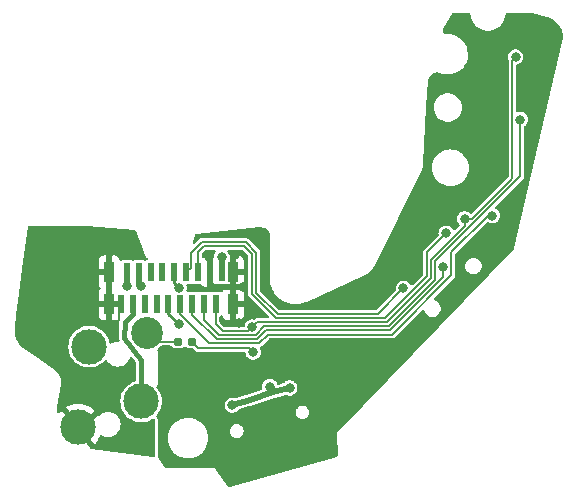
<source format=gbr>
%TF.GenerationSoftware,KiCad,Pcbnew,(7.0.0)*%
%TF.CreationDate,2023-05-27T10:45:59+01:00*%
%TF.ProjectId,left_connectors,6c656674-5f63-46f6-9e6e-6563746f7273,rev?*%
%TF.SameCoordinates,Original*%
%TF.FileFunction,Copper,L1,Top*%
%TF.FilePolarity,Positive*%
%FSLAX46Y46*%
G04 Gerber Fmt 4.6, Leading zero omitted, Abs format (unit mm)*
G04 Created by KiCad (PCBNEW (7.0.0)) date 2023-05-27 10:45:59*
%MOMM*%
%LPD*%
G01*
G04 APERTURE LIST*
G04 Aperture macros list*
%AMRoundRect*
0 Rectangle with rounded corners*
0 $1 Rounding radius*
0 $2 $3 $4 $5 $6 $7 $8 $9 X,Y pos of 4 corners*
0 Add a 4 corners polygon primitive as box body*
4,1,4,$2,$3,$4,$5,$6,$7,$8,$9,$2,$3,0*
0 Add four circle primitives for the rounded corners*
1,1,$1+$1,$2,$3*
1,1,$1+$1,$4,$5*
1,1,$1+$1,$6,$7*
1,1,$1+$1,$8,$9*
0 Add four rect primitives between the rounded corners*
20,1,$1+$1,$2,$3,$4,$5,0*
20,1,$1+$1,$4,$5,$6,$7,0*
20,1,$1+$1,$6,$7,$8,$9,0*
20,1,$1+$1,$8,$9,$2,$3,0*%
G04 Aperture macros list end*
%TA.AperFunction,SMDPad,CuDef*%
%ADD10R,0.609600X1.524000*%
%TD*%
%TA.AperFunction,SMDPad,CuDef*%
%ADD11R,0.812800X1.803400*%
%TD*%
%TA.AperFunction,SMDPad,CuDef*%
%ADD12RoundRect,0.160000X0.197500X0.160000X-0.197500X0.160000X-0.197500X-0.160000X0.197500X-0.160000X0*%
%TD*%
%TA.AperFunction,ComponentPad*%
%ADD13C,3.000000*%
%TD*%
%TA.AperFunction,ComponentPad*%
%ADD14C,2.700000*%
%TD*%
%TA.AperFunction,ViaPad*%
%ADD15C,0.800000*%
%TD*%
%TA.AperFunction,Conductor*%
%ADD16C,0.150000*%
%TD*%
%TA.AperFunction,Conductor*%
%ADD17C,0.500000*%
%TD*%
%TA.AperFunction,Conductor*%
%ADD18C,0.250000*%
%TD*%
%TA.AperFunction,Conductor*%
%ADD19C,0.400000*%
%TD*%
G04 APERTURE END LIST*
D10*
%TO.P,J3,1,Pin_1*%
%TO.N,GNDA*%
X104999999Y-72399999D03*
%TO.P,J3,2,Pin_2*%
%TO.N,/audio_in_L*%
X105499998Y-69707599D03*
%TO.P,J3,3,Pin_3*%
%TO.N,/audio_in_R*%
X105999997Y-72399999D03*
%TO.P,J3,4,Pin_4*%
%TO.N,/audio_in_detect*%
X106499998Y-69707599D03*
%TO.P,J3,5,Pin_5*%
%TO.N,unconnected-(J3-Pin_5-Pad5)*%
X106999997Y-72399999D03*
%TO.P,J3,6,Pin_6*%
%TO.N,unconnected-(J3-Pin_6-Pad6)*%
X107499999Y-69707599D03*
%TO.P,J3,7,Pin_7*%
%TO.N,unconnected-(J3-Pin_7-Pad7)*%
X107999998Y-72399999D03*
%TO.P,J3,8,Pin_8*%
%TO.N,unconnected-(J3-Pin_8-Pad8)*%
X108499997Y-69707599D03*
%TO.P,J3,9,Pin_9*%
%TO.N,/USB_D+*%
X108999998Y-72399999D03*
%TO.P,J3,10,Pin_10*%
%TO.N,/USB_D-*%
X109499998Y-69707599D03*
%TO.P,J3,11,Pin_11*%
%TO.N,/LEDs_data_in*%
X109999996Y-72399999D03*
%TO.P,J3,12,Pin_12*%
%TO.N,/ANC_PBO*%
X110499998Y-69707599D03*
%TO.P,J3,13,Pin_13*%
%TO.N,/ANC_OFF*%
X110999997Y-72399999D03*
%TO.P,J3,14,Pin_14*%
%TO.N,/ANC_ON*%
X111499999Y-69707599D03*
%TO.P,J3,15,Pin_15*%
%TO.N,/PWR_SW*%
X111999998Y-72399999D03*
%TO.P,J3,16,Pin_16*%
%TO.N,GND*%
X112499997Y-69707599D03*
%TO.P,J3,17,Pin_17*%
%TO.N,+3V3*%
X112999998Y-72399999D03*
%TO.P,J3,18,Pin_18*%
%TO.N,VBUS*%
X113499997Y-69707599D03*
D11*
%TO.P,J3,19,Pin_19*%
%TO.N,GND*%
X114495098Y-69707599D03*
%TO.P,J3,20,Pin_20*%
%TO.N,GNDA*%
X104004898Y-69707599D03*
%TO.P,J3,21,Pin_21*%
%TO.N,GND*%
X114495098Y-72399999D03*
%TO.P,J3,22,Pin_22*%
%TO.N,GNDA*%
X104004898Y-72399999D03*
%TD*%
D12*
%TO.P,R5,1*%
%TO.N,+3V3*%
X110997500Y-75600000D03*
%TO.P,R5,2*%
%TO.N,/audio_in_detect*%
X109802500Y-75600000D03*
%TD*%
D13*
%TO.P,J2,R*%
%TO.N,/audio_in_R*%
X106691562Y-80664223D03*
%TO.P,J2,S*%
%TO.N,GNDA*%
X101341380Y-82851812D03*
%TO.P,J2,T*%
%TO.N,/audio_in_L*%
X102286765Y-76016884D03*
D14*
%TO.P,J2,TN*%
%TO.N,/audio_in_detect*%
X107189063Y-74877817D03*
%TD*%
D15*
%TO.N,+3V3*%
X134100000Y-65200000D03*
X138400000Y-51500000D03*
X116100000Y-74375500D03*
X116175875Y-76474500D03*
%TO.N,GND*%
X124800000Y-80700000D03*
X131700000Y-53900000D03*
X108800000Y-76800000D03*
X116300000Y-73000000D03*
X140700000Y-52900000D03*
X112400000Y-68400000D03*
X118100000Y-75800000D03*
X112600000Y-77100000D03*
X121800000Y-78600000D03*
X115300000Y-71000000D03*
X113900000Y-78600000D03*
X135900000Y-49900000D03*
X131300000Y-58700000D03*
X117200000Y-70900000D03*
X133800000Y-71700000D03*
X122800000Y-75900000D03*
X136900000Y-61900000D03*
X111900000Y-81300000D03*
X129100000Y-76300000D03*
X109100000Y-85700000D03*
X133400000Y-63300000D03*
X113100000Y-85200000D03*
X138000000Y-66600000D03*
X115000000Y-74000000D03*
X129000000Y-66500000D03*
X138900000Y-62800000D03*
X133500000Y-48700000D03*
X108900000Y-81000000D03*
X136900000Y-58600000D03*
X136800000Y-56100000D03*
X122700000Y-71900000D03*
X114600000Y-68300000D03*
X116700000Y-66800000D03*
X134800000Y-58500000D03*
X141100000Y-49500000D03*
X117600000Y-77400000D03*
X127200000Y-75900000D03*
X126800000Y-71100000D03*
X129600000Y-69500000D03*
X140200000Y-57200000D03*
X135000000Y-55400000D03*
X115700000Y-86900000D03*
X121500000Y-85200000D03*
X137300000Y-52400000D03*
X130600000Y-62500000D03*
X122900000Y-82400000D03*
%TO.N,/LEDs_data_in*%
X136426944Y-64926944D03*
%TO.N,VBUS*%
X113500000Y-68400000D03*
%TO.N,Net-(D3-A)*%
X119272260Y-79512385D03*
X114417508Y-80982172D03*
X117600000Y-79400000D03*
%TO.N,/USB_D+*%
X109873056Y-74126944D03*
%TO.N,/USB_D-*%
X109900000Y-71038498D03*
%TO.N,GNDA*%
X102100000Y-66900000D03*
X97300000Y-70700000D03*
X107000000Y-84500000D03*
X100100000Y-77500000D03*
X98100000Y-66900000D03*
X102200000Y-72400000D03*
X105600000Y-67200000D03*
X102300000Y-69700000D03*
X97100000Y-74900000D03*
X104300000Y-74600000D03*
X105200000Y-78500000D03*
%TO.N,/audio_in_L*%
X105500000Y-70900000D03*
%TO.N,/audio_in_detect*%
X106700000Y-70900000D03*
%TO.N,/ANC_PBO*%
X128906946Y-71093054D03*
%TO.N,/ANC_OFF*%
X132293842Y-69293842D03*
%TO.N,/ANC_ON*%
X132525569Y-66425569D03*
%TO.N,/PWR_SW*%
X138800000Y-56800000D03*
%TD*%
D16*
%TO.N,+3V3*%
X131250000Y-70199569D02*
X131250000Y-68655026D01*
X138125000Y-61775000D02*
X138125000Y-51775000D01*
X113600000Y-74700000D02*
X112999999Y-74099999D01*
X138125000Y-51775000D02*
X138400000Y-51500000D01*
X131250000Y-68655026D02*
X134100000Y-65805026D01*
X111547500Y-76150000D02*
X110997500Y-75600000D01*
X138000000Y-61900000D02*
X138125000Y-61775000D01*
X127499569Y-73950000D02*
X131250000Y-70199569D01*
X116100000Y-74375500D02*
X116525500Y-73950000D01*
X134705026Y-65200000D02*
X138000000Y-61905026D01*
X134100000Y-65805026D02*
X134100000Y-65200000D01*
X116100000Y-74375500D02*
X115775500Y-74700000D01*
X138000000Y-61905026D02*
X138000000Y-61900000D01*
X115775500Y-74700000D02*
X113600000Y-74700000D01*
X116175875Y-76474500D02*
X115851375Y-76150000D01*
X115851375Y-76150000D02*
X111547500Y-76150000D01*
X116525500Y-73950000D02*
X127499569Y-73950000D01*
X112999999Y-74099999D02*
X112999999Y-72400000D01*
X134100000Y-65200000D02*
X134705026Y-65200000D01*
D17*
%TO.N,GND*%
X112825598Y-71000000D02*
X114500000Y-71000000D01*
X112499998Y-70674400D02*
X112812799Y-70987201D01*
X114500000Y-71000000D02*
X115300000Y-71000000D01*
X112812799Y-70987201D02*
X112825598Y-71000000D01*
X112499998Y-68499998D02*
X112400000Y-68400000D01*
X112499998Y-69707600D02*
X112499998Y-68499998D01*
X112499998Y-69707600D02*
X112499998Y-70674400D01*
D16*
%TO.N,/LEDs_data_in*%
X136426944Y-64926944D02*
X136073056Y-64926944D01*
X132968842Y-68031158D02*
X132968842Y-69965650D01*
X127934492Y-75000000D02*
X117420043Y-75000000D01*
X109999997Y-73299997D02*
X109999997Y-72400000D01*
X136073056Y-64926944D02*
X132968842Y-68031158D01*
X132968842Y-69965650D02*
X127934492Y-75000000D01*
X116669543Y-75750500D02*
X112450500Y-75750500D01*
X117420043Y-75000000D02*
X116669543Y-75750500D01*
X112450500Y-75750500D02*
X109999997Y-73299997D01*
D17*
%TO.N,VBUS*%
X113500000Y-68400000D02*
X113500000Y-69707598D01*
X113500000Y-69707598D02*
X113499998Y-69707600D01*
%TO.N,Net-(D3-A)*%
X117600000Y-79400000D02*
X117900000Y-79700000D01*
X115700000Y-80600000D02*
X117900000Y-79880713D01*
X117900000Y-79700000D02*
X117900000Y-79880713D01*
X114417508Y-80982172D02*
X115700000Y-80600000D01*
D18*
X119248184Y-79498936D02*
X119272260Y-79512385D01*
D17*
X117900000Y-79880713D02*
X119248184Y-79498936D01*
D18*
%TO.N,/USB_D+*%
X109873056Y-74126944D02*
X108999999Y-73253887D01*
X108999999Y-73253887D02*
X108999999Y-72400000D01*
%TO.N,/USB_D-*%
X109900000Y-71038498D02*
X109499999Y-70638497D01*
X109499999Y-70638497D02*
X109499999Y-69707600D01*
D16*
%TO.N,GNDA*%
X104800000Y-73800000D02*
X104300000Y-74300000D01*
X104300000Y-74300000D02*
X104300000Y-74600000D01*
X104800000Y-72600000D02*
X104800000Y-73800000D01*
X105000000Y-72400000D02*
X104800000Y-72600000D01*
D17*
%TO.N,/audio_in_L*%
X105500000Y-70900000D02*
X105499999Y-70899999D01*
X105499999Y-70899999D02*
X105499999Y-69707600D01*
D19*
%TO.N,/audio_in_R*%
X105966540Y-73301764D02*
X105999998Y-72400000D01*
X105284246Y-75263359D02*
X106677263Y-77153290D01*
X105284246Y-75263359D02*
X105293723Y-73965105D01*
X106691562Y-77167589D02*
X106691562Y-80664223D01*
X106677263Y-77153290D02*
X106691562Y-77167589D01*
X105293723Y-73965105D02*
X105966540Y-73301764D01*
D16*
%TO.N,/audio_in_detect*%
X109802500Y-75600000D02*
X107911246Y-75600000D01*
D17*
X106499999Y-70699999D02*
X106700000Y-70900000D01*
D16*
X107911246Y-75600000D02*
X107189063Y-74877817D01*
D17*
X106499999Y-69707600D02*
X106499999Y-70699999D01*
D16*
%TO.N,/ANC_PBO*%
X128906946Y-71093054D02*
X126750000Y-73250000D01*
X110880355Y-68124671D02*
X110880355Y-69327244D01*
X118244974Y-73250000D02*
X116450000Y-71455026D01*
X110880355Y-69327244D02*
X110499999Y-69707600D01*
X116450000Y-68055026D02*
X115544974Y-67150000D01*
X116450000Y-71455026D02*
X116450000Y-68055026D01*
X115544974Y-67150000D02*
X111855026Y-67150000D01*
X111855026Y-67150000D02*
X110880355Y-68124671D01*
X126750000Y-73250000D02*
X118244974Y-73250000D01*
%TO.N,/ANC_OFF*%
X132293842Y-69293842D02*
X132293842Y-70145676D01*
X113088498Y-75400500D02*
X110999998Y-73312000D01*
X110999998Y-73312000D02*
X110999998Y-72400000D01*
X116524569Y-75400500D02*
X113088498Y-75400500D01*
X132293842Y-70145676D02*
X127789518Y-74650000D01*
X117275069Y-74650000D02*
X116524569Y-75400500D01*
X127789518Y-74650000D02*
X117275069Y-74650000D01*
%TO.N,/ANC_ON*%
X127354595Y-73600000D02*
X118100000Y-73600000D01*
X116100000Y-71600000D02*
X116100000Y-68200000D01*
X111500000Y-68000000D02*
X111500000Y-69707600D01*
X112000000Y-67500000D02*
X111500000Y-68000000D01*
X118100000Y-73600000D02*
X116100000Y-71600000D01*
X116100000Y-68200000D02*
X115400000Y-67500000D01*
X132525569Y-66425569D02*
X130900000Y-68051138D01*
X115400000Y-67500000D02*
X112000000Y-67500000D01*
X130900000Y-68051138D02*
X130900000Y-70054595D01*
X130900000Y-70054595D02*
X127354595Y-73600000D01*
%TO.N,/PWR_SW*%
X116379595Y-75050500D02*
X117130095Y-74300000D01*
X111999999Y-73799999D02*
X113250500Y-75050500D01*
X131600000Y-68800000D02*
X138800000Y-61600000D01*
X113250500Y-75050500D02*
X116379595Y-75050500D01*
X138800000Y-61600000D02*
X138800000Y-56800000D01*
X117130095Y-74300000D02*
X127644543Y-74300000D01*
X131600000Y-70344543D02*
X131600000Y-68800000D01*
X111999999Y-72400000D02*
X111999999Y-73799999D01*
X127644543Y-74300000D02*
X131600000Y-70344543D01*
%TD*%
%TA.AperFunction,Conductor*%
%TO.N,GND*%
G36*
X134332353Y-47757425D02*
G01*
X134340510Y-47758607D01*
X134390722Y-47765883D01*
X134424817Y-47775976D01*
X134470189Y-47796878D01*
X134500014Y-47816232D01*
X134537587Y-47849152D01*
X134560696Y-47876179D01*
X134587380Y-47918410D01*
X134601868Y-47950885D01*
X134617918Y-48007612D01*
X134618009Y-48007933D01*
X134621624Y-48025454D01*
X134634969Y-48126502D01*
X134634973Y-48126522D01*
X134635624Y-48131449D01*
X134637056Y-48136219D01*
X134637057Y-48136220D01*
X134701055Y-48349285D01*
X134701058Y-48349293D01*
X134702481Y-48354030D01*
X134803919Y-48563129D01*
X134937351Y-48753413D01*
X135099373Y-48920029D01*
X135285854Y-49058726D01*
X135492036Y-49165969D01*
X135712661Y-49239020D01*
X135942102Y-49276018D01*
X136169551Y-49276018D01*
X136174507Y-49276018D01*
X136403949Y-49239020D01*
X136624574Y-49165969D01*
X136830756Y-49058727D01*
X137017237Y-48920029D01*
X137179259Y-48753413D01*
X137312691Y-48563129D01*
X137414129Y-48354030D01*
X137480986Y-48131449D01*
X137495026Y-48025127D01*
X137498637Y-48007629D01*
X137514698Y-47950863D01*
X137529186Y-47918390D01*
X137545908Y-47891926D01*
X137555874Y-47876152D01*
X137578982Y-47849127D01*
X137616566Y-47816198D01*
X137646388Y-47796846D01*
X137691779Y-47775936D01*
X137725868Y-47765846D01*
X137770117Y-47759435D01*
X137783998Y-47757424D01*
X137801777Y-47756143D01*
X139556409Y-47756143D01*
X139593766Y-47756143D01*
X139598833Y-47756247D01*
X139602506Y-47756397D01*
X139656546Y-47758607D01*
X139666637Y-47759434D01*
X139721479Y-47766196D01*
X139731462Y-47767844D01*
X139787953Y-47779558D01*
X139792869Y-47780683D01*
X141036782Y-48092204D01*
X141045188Y-48094627D01*
X141142683Y-48126502D01*
X141274083Y-48169462D01*
X141290282Y-48176057D01*
X141482434Y-48270597D01*
X141502405Y-48280423D01*
X141517522Y-48289236D01*
X141712846Y-48422425D01*
X141726572Y-48433279D01*
X141901201Y-48592636D01*
X141913262Y-48605314D01*
X141982551Y-48689291D01*
X142035457Y-48753413D01*
X142063717Y-48787663D01*
X142073874Y-48801914D01*
X142197165Y-49003635D01*
X142205214Y-49019172D01*
X142298879Y-49236231D01*
X142304661Y-49252747D01*
X142366838Y-49480830D01*
X142370238Y-49497996D01*
X142399689Y-49732568D01*
X142400638Y-49750041D01*
X142396776Y-49986410D01*
X142395257Y-50003843D01*
X142357616Y-50240732D01*
X142355937Y-50249326D01*
X138302656Y-67700913D01*
X138271101Y-67758964D01*
X123346135Y-83225791D01*
X123342060Y-83229632D01*
X123330856Y-83235527D01*
X123322542Y-83246743D01*
X123322538Y-83246748D01*
X123316157Y-83255358D01*
X123313783Y-83258162D01*
X123313803Y-83258177D01*
X123309561Y-83263694D01*
X123304729Y-83268703D01*
X123301133Y-83274657D01*
X123301129Y-83274663D01*
X123300980Y-83274911D01*
X123294468Y-83284624D01*
X123284677Y-83297836D01*
X123284674Y-83297841D01*
X123276361Y-83309060D01*
X123274505Y-83318760D01*
X123269399Y-83327219D01*
X123268083Y-83341122D01*
X123268082Y-83341126D01*
X123266533Y-83357495D01*
X123264881Y-83369083D01*
X123264829Y-83369350D01*
X123264828Y-83369362D01*
X123263521Y-83376198D01*
X123263767Y-83383158D01*
X123263234Y-83390094D01*
X123263209Y-83390092D01*
X123263101Y-83393762D01*
X123262091Y-83404431D01*
X123262091Y-83404434D01*
X123260776Y-83418338D01*
X123265170Y-83430213D01*
X123265632Y-83435783D01*
X123329339Y-85233246D01*
X123319239Y-85286837D01*
X123287123Y-85330912D01*
X123239203Y-85356946D01*
X114179939Y-87922404D01*
X114128812Y-87925877D01*
X114080646Y-87908380D01*
X114043668Y-87872901D01*
X113059652Y-86428212D01*
X113050417Y-86412209D01*
X113041082Y-86392824D01*
X113014850Y-86371904D01*
X113007792Y-86365828D01*
X112983203Y-86342991D01*
X112975680Y-86340667D01*
X112969525Y-86335758D01*
X112955908Y-86332649D01*
X112955902Y-86332647D01*
X112936798Y-86328287D01*
X112927796Y-86325873D01*
X112909103Y-86320098D01*
X112909100Y-86320097D01*
X112895755Y-86315975D01*
X112881943Y-86318050D01*
X112881940Y-86318050D01*
X112874477Y-86319172D01*
X112856053Y-86320548D01*
X108780943Y-86320548D01*
X108721285Y-86305254D01*
X108676344Y-86263144D01*
X108239951Y-85577718D01*
X108236233Y-85569804D01*
X108229547Y-85558543D01*
X108225267Y-85545242D01*
X108207125Y-85526160D01*
X108207124Y-85526159D01*
X108208778Y-85524587D01*
X108206185Y-85522719D01*
X108205424Y-85523490D01*
X108200509Y-85518633D01*
X108200508Y-85518632D01*
X108200473Y-85518598D01*
X108200471Y-85518595D01*
X108192951Y-85511164D01*
X108190246Y-85508406D01*
X108170413Y-85487546D01*
X108170412Y-85487545D01*
X108162203Y-85478911D01*
X108159135Y-85477750D01*
X108156806Y-85475448D01*
X108145547Y-85471583D01*
X108139215Y-85467378D01*
X108094570Y-85414599D01*
X108085121Y-85346120D01*
X108095115Y-85277852D01*
X108100040Y-83770794D01*
X108958764Y-83770794D01*
X108959111Y-83775424D01*
X108964272Y-83844302D01*
X108977810Y-84024951D01*
X108978840Y-84029464D01*
X108978841Y-84029470D01*
X109033490Y-84268902D01*
X109034524Y-84273431D01*
X109036220Y-84277754D01*
X109036221Y-84277755D01*
X109081912Y-84394174D01*
X109127639Y-84510682D01*
X109255073Y-84731406D01*
X109413982Y-84930671D01*
X109600815Y-85104026D01*
X109811398Y-85247599D01*
X110041028Y-85358183D01*
X110045456Y-85359548D01*
X110045459Y-85359550D01*
X110145608Y-85390441D01*
X110284574Y-85433307D01*
X110536597Y-85471294D01*
X110786832Y-85471294D01*
X110791467Y-85471294D01*
X111043490Y-85433307D01*
X111287036Y-85358183D01*
X111516666Y-85247599D01*
X111727249Y-85104026D01*
X111914082Y-84930671D01*
X112072991Y-84731406D01*
X112200425Y-84510682D01*
X112293540Y-84273431D01*
X112350254Y-84024951D01*
X112369300Y-83770794D01*
X112350254Y-83516637D01*
X112293540Y-83268157D01*
X112251095Y-83160011D01*
X114208119Y-83160011D01*
X114209180Y-83168070D01*
X114226836Y-83302187D01*
X114226837Y-83302193D01*
X114227898Y-83310247D01*
X114231007Y-83317753D01*
X114231008Y-83317756D01*
X114272671Y-83418338D01*
X114285887Y-83450244D01*
X114290830Y-83456685D01*
X114290833Y-83456691D01*
X114336832Y-83516637D01*
X114378134Y-83570462D01*
X114384576Y-83575405D01*
X114491904Y-83657762D01*
X114491907Y-83657764D01*
X114498352Y-83662709D01*
X114638349Y-83720698D01*
X114750865Y-83735511D01*
X114822252Y-83735511D01*
X114826305Y-83735511D01*
X114938821Y-83720698D01*
X115078818Y-83662709D01*
X115199036Y-83570462D01*
X115291283Y-83450244D01*
X115349272Y-83310247D01*
X115369051Y-83160011D01*
X115349272Y-83009775D01*
X115291283Y-82869778D01*
X115286338Y-82863333D01*
X115286336Y-82863330D01*
X115203979Y-82756002D01*
X115199036Y-82749560D01*
X115183779Y-82737853D01*
X115085265Y-82662259D01*
X115085259Y-82662256D01*
X115078818Y-82657313D01*
X115071309Y-82654202D01*
X115071308Y-82654202D01*
X114946330Y-82602434D01*
X114946327Y-82602433D01*
X114938821Y-82599324D01*
X114930767Y-82598263D01*
X114930761Y-82598262D01*
X114830324Y-82585040D01*
X114830322Y-82585039D01*
X114826305Y-82584511D01*
X114750865Y-82584511D01*
X114746848Y-82585039D01*
X114746845Y-82585040D01*
X114646408Y-82598262D01*
X114646400Y-82598263D01*
X114638349Y-82599324D01*
X114630844Y-82602432D01*
X114630839Y-82602434D01*
X114505861Y-82654202D01*
X114505857Y-82654204D01*
X114498352Y-82657313D01*
X114491913Y-82662253D01*
X114491904Y-82662259D01*
X114384576Y-82744616D01*
X114384572Y-82744619D01*
X114378134Y-82749560D01*
X114373193Y-82755998D01*
X114373190Y-82756002D01*
X114290833Y-82863330D01*
X114290827Y-82863339D01*
X114285887Y-82869778D01*
X114282778Y-82877283D01*
X114282776Y-82877287D01*
X114231008Y-83002265D01*
X114231006Y-83002270D01*
X114227898Y-83009775D01*
X114226837Y-83017826D01*
X114226836Y-83017834D01*
X114213655Y-83117961D01*
X114208119Y-83160011D01*
X112251095Y-83160011D01*
X112200425Y-83030906D01*
X112072991Y-82810182D01*
X111914082Y-82610917D01*
X111727249Y-82437562D01*
X111516666Y-82293989D01*
X111512480Y-82291973D01*
X111291215Y-82185417D01*
X111291209Y-82185414D01*
X111287036Y-82183405D01*
X111282614Y-82182041D01*
X111282604Y-82182037D01*
X111047923Y-82109648D01*
X111047918Y-82109646D01*
X111043490Y-82108281D01*
X111038910Y-82107590D01*
X111038903Y-82107589D01*
X110796050Y-82070984D01*
X110796039Y-82070983D01*
X110791467Y-82070294D01*
X110536597Y-82070294D01*
X110532025Y-82070983D01*
X110532013Y-82070984D01*
X110289160Y-82107589D01*
X110289150Y-82107591D01*
X110284574Y-82108281D01*
X110280148Y-82109645D01*
X110280140Y-82109648D01*
X110045459Y-82182037D01*
X110045444Y-82182042D01*
X110041028Y-82183405D01*
X110036859Y-82185412D01*
X110036848Y-82185417D01*
X109815583Y-82291973D01*
X109815576Y-82291976D01*
X109811398Y-82293989D01*
X109807565Y-82296602D01*
X109807562Y-82296604D01*
X109604643Y-82434952D01*
X109600815Y-82437562D01*
X109597423Y-82440708D01*
X109597417Y-82440714D01*
X109417383Y-82607761D01*
X109413982Y-82610917D01*
X109411092Y-82614539D01*
X109411089Y-82614544D01*
X109257965Y-82806555D01*
X109255073Y-82810182D01*
X109252754Y-82814197D01*
X109252753Y-82814200D01*
X109129960Y-83026885D01*
X109129957Y-83026890D01*
X109127639Y-83030906D01*
X109125945Y-83035220D01*
X109125943Y-83035226D01*
X109037010Y-83261822D01*
X109034524Y-83268157D01*
X109033491Y-83272678D01*
X109033490Y-83272685D01*
X108978841Y-83512117D01*
X108978839Y-83512125D01*
X108977810Y-83516637D01*
X108977463Y-83521256D01*
X108977463Y-83521262D01*
X108963168Y-83712031D01*
X108958764Y-83770794D01*
X108100040Y-83770794D01*
X108105078Y-82229195D01*
X108095938Y-82160631D01*
X108078304Y-82096489D01*
X108051110Y-82032890D01*
X108007852Y-81978916D01*
X108007851Y-81978915D01*
X108008885Y-81978087D01*
X107984037Y-81933384D01*
X107982001Y-81875409D01*
X108006556Y-81822855D01*
X108141948Y-81653080D01*
X108273130Y-81425866D01*
X108368982Y-81181639D01*
X108414509Y-80982172D01*
X113762230Y-80982172D01*
X113763134Y-80989617D01*
X113780366Y-81131542D01*
X113780367Y-81131547D01*
X113781271Y-81138990D01*
X113783930Y-81146003D01*
X113783931Y-81146004D01*
X113797445Y-81181639D01*
X113837288Y-81286695D01*
X113841551Y-81292871D01*
X113922764Y-81410530D01*
X113927025Y-81416702D01*
X114045268Y-81521455D01*
X114185143Y-81594868D01*
X114338523Y-81632672D01*
X114488993Y-81632672D01*
X114496493Y-81632672D01*
X114649873Y-81594868D01*
X114668364Y-81585163D01*
X119769437Y-81585163D01*
X119770498Y-81593222D01*
X119788154Y-81727339D01*
X119788155Y-81727345D01*
X119789216Y-81735399D01*
X119792325Y-81742905D01*
X119792326Y-81742908D01*
X119844094Y-81867886D01*
X119847205Y-81875396D01*
X119852148Y-81881837D01*
X119852151Y-81881843D01*
X119910275Y-81957590D01*
X119939452Y-81995614D01*
X119945894Y-82000557D01*
X120053222Y-82082914D01*
X120053225Y-82082916D01*
X120059670Y-82087861D01*
X120199667Y-82145850D01*
X120312183Y-82160663D01*
X120383570Y-82160663D01*
X120387623Y-82160663D01*
X120500139Y-82145850D01*
X120640136Y-82087861D01*
X120760354Y-81995614D01*
X120852601Y-81875396D01*
X120910590Y-81735399D01*
X120930369Y-81585163D01*
X120910590Y-81434927D01*
X120852601Y-81294930D01*
X120847656Y-81288485D01*
X120847654Y-81288482D01*
X120765297Y-81181154D01*
X120760354Y-81174712D01*
X120753911Y-81169768D01*
X120646583Y-81087411D01*
X120646577Y-81087408D01*
X120640136Y-81082465D01*
X120632627Y-81079354D01*
X120632626Y-81079354D01*
X120507648Y-81027586D01*
X120507645Y-81027585D01*
X120500139Y-81024476D01*
X120492085Y-81023415D01*
X120492079Y-81023414D01*
X120391642Y-81010192D01*
X120391640Y-81010191D01*
X120387623Y-81009663D01*
X120312183Y-81009663D01*
X120308166Y-81010191D01*
X120308163Y-81010192D01*
X120207726Y-81023414D01*
X120207718Y-81023415D01*
X120199667Y-81024476D01*
X120192162Y-81027584D01*
X120192157Y-81027586D01*
X120067179Y-81079354D01*
X120067175Y-81079356D01*
X120059670Y-81082465D01*
X120053231Y-81087405D01*
X120053222Y-81087411D01*
X119945894Y-81169768D01*
X119945890Y-81169771D01*
X119939452Y-81174712D01*
X119934511Y-81181150D01*
X119934508Y-81181154D01*
X119852151Y-81288482D01*
X119852145Y-81288491D01*
X119847205Y-81294930D01*
X119844096Y-81302435D01*
X119844094Y-81302439D01*
X119792326Y-81427417D01*
X119792324Y-81427422D01*
X119789216Y-81434927D01*
X119788155Y-81442978D01*
X119788154Y-81442986D01*
X119778479Y-81516479D01*
X119769437Y-81585163D01*
X114668364Y-81585163D01*
X114789748Y-81521455D01*
X114907991Y-81416702D01*
X114933975Y-81379056D01*
X114963158Y-81349165D01*
X115000609Y-81330661D01*
X115808995Y-81089768D01*
X115814360Y-81088301D01*
X115817133Y-81087608D01*
X115821509Y-81086844D01*
X115847743Y-81078266D01*
X115850780Y-81077318D01*
X115877242Y-81069433D01*
X115881280Y-81067568D01*
X115883957Y-81066558D01*
X115889189Y-81064715D01*
X118043675Y-80360309D01*
X118048340Y-80358886D01*
X118934149Y-80108043D01*
X118980768Y-80104019D01*
X119025562Y-80117558D01*
X119039895Y-80125081D01*
X119193275Y-80162885D01*
X119343745Y-80162885D01*
X119351245Y-80162885D01*
X119504625Y-80125081D01*
X119644500Y-80051668D01*
X119762743Y-79946915D01*
X119852480Y-79816908D01*
X119908497Y-79669203D01*
X119927538Y-79512385D01*
X119908497Y-79355567D01*
X119852480Y-79207862D01*
X119762743Y-79077855D01*
X119757132Y-79072884D01*
X119650116Y-78978077D01*
X119650114Y-78978075D01*
X119644500Y-78973102D01*
X119637855Y-78969614D01*
X119637853Y-78969613D01*
X119511266Y-78903174D01*
X119511262Y-78903172D01*
X119504625Y-78899689D01*
X119497347Y-78897895D01*
X119497344Y-78897894D01*
X119358527Y-78863679D01*
X119358520Y-78863678D01*
X119351245Y-78861885D01*
X119193275Y-78861885D01*
X119186000Y-78863677D01*
X119185992Y-78863679D01*
X119047175Y-78897894D01*
X119047169Y-78897895D01*
X119039895Y-78899689D01*
X119033260Y-78903171D01*
X119033253Y-78903174D01*
X118906666Y-78969613D01*
X118906660Y-78969616D01*
X118900020Y-78973102D01*
X118894408Y-78978072D01*
X118894403Y-78978077D01*
X118787390Y-79072881D01*
X118787384Y-79072887D01*
X118781777Y-79077855D01*
X118777518Y-79084024D01*
X118772543Y-79089641D01*
X118771955Y-79089120D01*
X118748946Y-79112522D01*
X118710562Y-79130997D01*
X118353223Y-79232188D01*
X118292522Y-79233923D01*
X118238275Y-79206628D01*
X118203495Y-79156849D01*
X118189081Y-79118843D01*
X118180220Y-79095477D01*
X118090483Y-78965470D01*
X118014205Y-78897894D01*
X117977856Y-78865692D01*
X117977854Y-78865690D01*
X117972240Y-78860717D01*
X117965595Y-78857229D01*
X117965593Y-78857228D01*
X117839006Y-78790789D01*
X117839002Y-78790787D01*
X117832365Y-78787304D01*
X117825087Y-78785510D01*
X117825084Y-78785509D01*
X117686267Y-78751294D01*
X117686260Y-78751293D01*
X117678985Y-78749500D01*
X117521015Y-78749500D01*
X117513740Y-78751292D01*
X117513732Y-78751294D01*
X117374915Y-78785509D01*
X117374909Y-78785510D01*
X117367635Y-78787304D01*
X117361000Y-78790786D01*
X117360993Y-78790789D01*
X117234406Y-78857228D01*
X117234400Y-78857231D01*
X117227760Y-78860717D01*
X117222148Y-78865687D01*
X117222143Y-78865692D01*
X117115127Y-78960499D01*
X117115122Y-78960503D01*
X117109517Y-78965470D01*
X117105262Y-78971634D01*
X117105257Y-78971640D01*
X117024043Y-79089300D01*
X117024040Y-79089303D01*
X117019780Y-79095477D01*
X117017120Y-79102488D01*
X117017118Y-79102494D01*
X116967932Y-79232188D01*
X116963763Y-79243182D01*
X116962859Y-79250622D01*
X116962858Y-79250629D01*
X116949213Y-79363014D01*
X116944722Y-79400000D01*
X116945626Y-79407445D01*
X116963560Y-79555148D01*
X116957460Y-79611179D01*
X116927188Y-79658722D01*
X116878998Y-79687955D01*
X115552306Y-80121716D01*
X115549184Y-80122691D01*
X114719933Y-80369801D01*
X114680004Y-80374883D01*
X114650033Y-80368824D01*
X114649873Y-80369476D01*
X114503775Y-80333466D01*
X114503768Y-80333465D01*
X114496493Y-80331672D01*
X114338523Y-80331672D01*
X114331248Y-80333464D01*
X114331240Y-80333466D01*
X114192423Y-80367681D01*
X114192417Y-80367682D01*
X114185143Y-80369476D01*
X114178508Y-80372958D01*
X114178501Y-80372961D01*
X114051914Y-80439400D01*
X114051908Y-80439403D01*
X114045268Y-80442889D01*
X114039656Y-80447859D01*
X114039651Y-80447864D01*
X113932635Y-80542671D01*
X113932630Y-80542675D01*
X113927025Y-80547642D01*
X113922770Y-80553806D01*
X113922765Y-80553812D01*
X113841551Y-80671472D01*
X113841548Y-80671475D01*
X113837288Y-80677649D01*
X113834628Y-80684660D01*
X113834626Y-80684666D01*
X113783931Y-80818339D01*
X113781271Y-80825354D01*
X113780367Y-80832794D01*
X113780366Y-80832801D01*
X113763578Y-80971068D01*
X113762230Y-80982172D01*
X108414509Y-80982172D01*
X108427364Y-80925853D01*
X108446970Y-80664223D01*
X108427364Y-80402593D01*
X108368982Y-80146807D01*
X108273130Y-79902580D01*
X108141948Y-79675366D01*
X108014308Y-79515311D01*
X107989715Y-79462571D01*
X107991890Y-79404418D01*
X108017735Y-79358330D01*
X108016979Y-79357718D01*
X108024393Y-79348552D01*
X108060349Y-79304099D01*
X108087799Y-79240834D01*
X108105746Y-79176982D01*
X108115276Y-79108682D01*
X108123750Y-76515675D01*
X108116270Y-76453466D01*
X108101771Y-76394874D01*
X108079375Y-76336355D01*
X108080438Y-76335948D01*
X108067900Y-76283994D01*
X108084151Y-76224433D01*
X108124871Y-76182401D01*
X108124625Y-76182063D01*
X108126565Y-76180653D01*
X108127107Y-76180093D01*
X108132722Y-76176653D01*
X108324287Y-76013041D01*
X108357473Y-75974184D01*
X108361929Y-75968968D01*
X108404305Y-75936890D01*
X108456219Y-75925500D01*
X109152624Y-75925500D01*
X109217412Y-75943772D01*
X109258251Y-75987950D01*
X109258592Y-75987703D01*
X109260679Y-75990575D01*
X109263107Y-75993202D01*
X109264327Y-75995597D01*
X109264329Y-75995600D01*
X109268759Y-76004294D01*
X109360706Y-76096241D01*
X109476567Y-76155275D01*
X109572693Y-76170500D01*
X110032306Y-76170499D01*
X110128433Y-76155275D01*
X110244294Y-76096241D01*
X110312319Y-76028215D01*
X110367906Y-75996122D01*
X110432094Y-75996122D01*
X110487681Y-76028216D01*
X110555706Y-76096241D01*
X110671567Y-76155275D01*
X110767693Y-76170500D01*
X111056310Y-76170499D01*
X111103763Y-76179938D01*
X111143991Y-76206818D01*
X111303455Y-76366282D01*
X111310764Y-76374257D01*
X111335045Y-76403194D01*
X111344439Y-76408617D01*
X111344441Y-76408619D01*
X111367761Y-76422083D01*
X111376883Y-76427894D01*
X111407816Y-76449553D01*
X111418299Y-76452362D01*
X111421634Y-76453917D01*
X111425059Y-76455163D01*
X111434455Y-76460588D01*
X111471643Y-76467145D01*
X111482205Y-76469485D01*
X111518693Y-76479263D01*
X111556310Y-76475972D01*
X111567118Y-76475500D01*
X115410864Y-76475500D01*
X115468490Y-76489704D01*
X115512914Y-76529060D01*
X115533960Y-76584554D01*
X115538733Y-76623869D01*
X115538734Y-76623873D01*
X115539638Y-76631318D01*
X115542296Y-76638327D01*
X115542298Y-76638334D01*
X115592993Y-76772005D01*
X115595655Y-76779023D01*
X115685392Y-76909030D01*
X115803635Y-77013783D01*
X115943510Y-77087196D01*
X116096890Y-77125000D01*
X116247360Y-77125000D01*
X116254860Y-77125000D01*
X116408240Y-77087196D01*
X116548115Y-77013783D01*
X116666358Y-76909030D01*
X116756095Y-76779023D01*
X116812112Y-76631318D01*
X116831153Y-76474500D01*
X116812112Y-76317682D01*
X116765516Y-76194818D01*
X116757839Y-76141152D01*
X116773795Y-76089334D01*
X116810331Y-76049280D01*
X116840174Y-76028383D01*
X116849276Y-76022585D01*
X116881998Y-76003694D01*
X116906291Y-75974741D01*
X116913578Y-75966789D01*
X117518550Y-75361819D01*
X117558779Y-75334939D01*
X117606232Y-75325500D01*
X127914865Y-75325500D01*
X127925672Y-75325971D01*
X127963299Y-75329264D01*
X127999816Y-75319478D01*
X128010322Y-75317149D01*
X128047537Y-75310588D01*
X128056943Y-75305156D01*
X128060392Y-75303901D01*
X128063691Y-75302362D01*
X128074176Y-75299554D01*
X128105127Y-75277880D01*
X128114225Y-75272085D01*
X128146947Y-75253194D01*
X128171240Y-75224241D01*
X128178528Y-75216288D01*
X130477869Y-72916948D01*
X130534058Y-72884696D01*
X130598846Y-72885185D01*
X130654543Y-72918284D01*
X130685945Y-72974955D01*
X130704255Y-73049241D01*
X130707738Y-73055878D01*
X130707740Y-73055882D01*
X130770174Y-73174839D01*
X130783311Y-73199868D01*
X130896116Y-73327199D01*
X131036115Y-73423834D01*
X131043133Y-73426495D01*
X131043132Y-73426495D01*
X131186115Y-73480721D01*
X131195173Y-73484156D01*
X131321673Y-73499516D01*
X131402668Y-73499516D01*
X131406417Y-73499516D01*
X131532917Y-73484156D01*
X131691975Y-73423834D01*
X131831974Y-73327199D01*
X131944779Y-73199868D01*
X132023835Y-73049241D01*
X132064545Y-72884072D01*
X132064545Y-72713960D01*
X132023835Y-72548791D01*
X131944779Y-72398164D01*
X131831974Y-72270833D01*
X131825805Y-72266574D01*
X131825803Y-72266573D01*
X131698151Y-72178461D01*
X131698150Y-72178460D01*
X131691975Y-72174198D01*
X131684960Y-72171537D01*
X131684957Y-72171536D01*
X131532917Y-72113876D01*
X131533642Y-72111962D01*
X131486801Y-72085996D01*
X131453714Y-72030300D01*
X131453230Y-71965518D01*
X131485480Y-71909336D01*
X133185132Y-70209684D01*
X133193084Y-70202397D01*
X133222036Y-70178105D01*
X133240927Y-70145383D01*
X133246722Y-70136285D01*
X133268396Y-70105334D01*
X133271204Y-70094849D01*
X133272743Y-70091550D01*
X133273998Y-70088101D01*
X133279430Y-70078695D01*
X133285991Y-70041480D01*
X133288320Y-70030974D01*
X133298106Y-69994457D01*
X133294813Y-69956830D01*
X133294342Y-69946023D01*
X133294342Y-69286040D01*
X134135455Y-69286040D01*
X134137248Y-69293316D01*
X134137249Y-69293321D01*
X134148421Y-69338647D01*
X134176165Y-69451209D01*
X134179648Y-69457846D01*
X134179650Y-69457850D01*
X134242084Y-69576807D01*
X134255221Y-69601836D01*
X134368026Y-69729167D01*
X134508025Y-69825802D01*
X134587554Y-69855963D01*
X134620366Y-69868407D01*
X134667083Y-69886124D01*
X134793583Y-69901484D01*
X134874578Y-69901484D01*
X134878327Y-69901484D01*
X135004827Y-69886124D01*
X135163885Y-69825802D01*
X135303884Y-69729167D01*
X135416689Y-69601836D01*
X135495745Y-69451209D01*
X135536455Y-69286040D01*
X135536455Y-69115928D01*
X135495745Y-68950759D01*
X135416689Y-68800132D01*
X135404920Y-68786848D01*
X135368466Y-68745699D01*
X135303884Y-68672801D01*
X135297715Y-68668542D01*
X135297713Y-68668541D01*
X135170061Y-68580429D01*
X135170060Y-68580428D01*
X135163885Y-68576166D01*
X135156870Y-68573505D01*
X135156867Y-68573504D01*
X135011843Y-68518504D01*
X135011837Y-68518502D01*
X135004827Y-68515844D01*
X134997382Y-68514940D01*
X134997378Y-68514939D01*
X134882047Y-68500935D01*
X134882035Y-68500934D01*
X134878327Y-68500484D01*
X134793583Y-68500484D01*
X134789875Y-68500934D01*
X134789862Y-68500935D01*
X134674531Y-68514939D01*
X134674525Y-68514940D01*
X134667083Y-68515844D01*
X134660074Y-68518501D01*
X134660066Y-68518504D01*
X134515042Y-68573504D01*
X134515036Y-68573507D01*
X134508025Y-68576166D01*
X134501852Y-68580426D01*
X134501848Y-68580429D01*
X134374196Y-68668541D01*
X134374190Y-68668546D01*
X134368026Y-68672801D01*
X134363054Y-68678412D01*
X134363053Y-68678414D01*
X134260196Y-68794515D01*
X134260191Y-68794521D01*
X134255221Y-68800132D01*
X134251735Y-68806772D01*
X134251734Y-68806775D01*
X134179650Y-68944117D01*
X134179647Y-68944124D01*
X134176165Y-68950759D01*
X134174371Y-68958034D01*
X134174370Y-68958039D01*
X134137249Y-69108646D01*
X134137248Y-69108652D01*
X134135455Y-69115928D01*
X134135455Y-69286040D01*
X133294342Y-69286040D01*
X133294342Y-68217346D01*
X133303781Y-68169893D01*
X133330661Y-68129665D01*
X133797628Y-67662698D01*
X135950443Y-65509881D01*
X135994151Y-65481622D01*
X136045610Y-65473790D01*
X136095743Y-65487766D01*
X136194579Y-65539640D01*
X136347959Y-65577444D01*
X136498429Y-65577444D01*
X136505929Y-65577444D01*
X136659309Y-65539640D01*
X136799184Y-65466227D01*
X136917427Y-65361474D01*
X137007164Y-65231467D01*
X137063181Y-65083762D01*
X137082222Y-64926944D01*
X137063181Y-64770126D01*
X137007164Y-64622421D01*
X136917427Y-64492414D01*
X136799184Y-64387661D01*
X136734265Y-64353588D01*
X136690918Y-64315765D01*
X136669305Y-64262450D01*
X136674078Y-64205118D01*
X136704210Y-64156114D01*
X139016290Y-61844034D01*
X139024242Y-61836747D01*
X139053194Y-61812455D01*
X139072085Y-61779733D01*
X139077880Y-61770635D01*
X139099554Y-61739684D01*
X139102362Y-61729199D01*
X139103901Y-61725900D01*
X139105156Y-61722451D01*
X139110588Y-61713045D01*
X139117149Y-61675830D01*
X139119478Y-61665324D01*
X139129264Y-61628807D01*
X139125972Y-61591177D01*
X139125500Y-61580370D01*
X139125500Y-57435528D01*
X139139701Y-57377906D01*
X139173077Y-57340228D01*
X139172240Y-57339283D01*
X139172240Y-57339282D01*
X139290483Y-57234530D01*
X139380220Y-57104523D01*
X139436237Y-56956818D01*
X139455278Y-56800000D01*
X139436237Y-56643182D01*
X139380220Y-56495477D01*
X139290483Y-56365470D01*
X139172240Y-56260717D01*
X139165595Y-56257229D01*
X139165593Y-56257228D01*
X139039006Y-56190789D01*
X139039002Y-56190787D01*
X139032365Y-56187304D01*
X139025087Y-56185510D01*
X139025084Y-56185509D01*
X138886267Y-56151294D01*
X138886260Y-56151293D01*
X138878985Y-56149500D01*
X138721015Y-56149500D01*
X138713739Y-56151293D01*
X138713733Y-56151294D01*
X138604175Y-56178298D01*
X138548474Y-56179139D01*
X138498027Y-56155512D01*
X138463013Y-56112184D01*
X138450500Y-56057901D01*
X138450500Y-52254669D01*
X138462472Y-52201511D01*
X138496077Y-52158618D01*
X138544826Y-52134272D01*
X138625082Y-52114491D01*
X138625081Y-52114491D01*
X138632365Y-52112696D01*
X138772240Y-52039283D01*
X138890483Y-51934530D01*
X138980220Y-51804523D01*
X139036237Y-51656818D01*
X139055278Y-51500000D01*
X139036237Y-51343182D01*
X138980220Y-51195477D01*
X138890483Y-51065470D01*
X138772240Y-50960717D01*
X138765595Y-50957229D01*
X138765593Y-50957228D01*
X138639006Y-50890789D01*
X138639002Y-50890787D01*
X138632365Y-50887304D01*
X138625087Y-50885510D01*
X138625084Y-50885509D01*
X138486267Y-50851294D01*
X138486260Y-50851293D01*
X138478985Y-50849500D01*
X138321015Y-50849500D01*
X138313740Y-50851292D01*
X138313732Y-50851294D01*
X138174915Y-50885509D01*
X138174909Y-50885510D01*
X138167635Y-50887304D01*
X138161000Y-50890786D01*
X138160993Y-50890789D01*
X138034406Y-50957228D01*
X138034400Y-50957231D01*
X138027760Y-50960717D01*
X138022148Y-50965687D01*
X138022143Y-50965692D01*
X137915127Y-51060499D01*
X137915122Y-51060503D01*
X137909517Y-51065470D01*
X137905262Y-51071634D01*
X137905257Y-51071640D01*
X137824043Y-51189300D01*
X137824040Y-51189303D01*
X137819780Y-51195477D01*
X137817120Y-51202488D01*
X137817118Y-51202494D01*
X137766423Y-51336167D01*
X137763763Y-51343182D01*
X137762859Y-51350622D01*
X137762858Y-51350629D01*
X137746070Y-51488896D01*
X137744722Y-51500000D01*
X137745626Y-51507445D01*
X137762199Y-51643942D01*
X137763763Y-51656818D01*
X137766423Y-51663832D01*
X137766424Y-51663836D01*
X137789070Y-51723549D01*
X137796656Y-51756710D01*
X137799028Y-51783818D01*
X137799500Y-51794627D01*
X137799500Y-61585508D01*
X137787882Y-61637914D01*
X137761744Y-61671975D01*
X137762088Y-61672263D01*
X137755492Y-61680123D01*
X137755206Y-61680496D01*
X137746806Y-61687545D01*
X137741384Y-61696934D01*
X137741381Y-61696939D01*
X137740827Y-61697900D01*
X137721125Y-61723573D01*
X134720077Y-64724621D01*
X134666895Y-64756044D01*
X134605151Y-64757910D01*
X134550169Y-64729755D01*
X134477860Y-64665695D01*
X134477855Y-64665692D01*
X134472240Y-64660717D01*
X134465595Y-64657229D01*
X134465593Y-64657228D01*
X134339006Y-64590789D01*
X134339002Y-64590787D01*
X134332365Y-64587304D01*
X134325087Y-64585510D01*
X134325084Y-64585509D01*
X134186267Y-64551294D01*
X134186260Y-64551293D01*
X134178985Y-64549500D01*
X134021015Y-64549500D01*
X134013740Y-64551292D01*
X134013732Y-64551294D01*
X133874915Y-64585509D01*
X133874909Y-64585510D01*
X133867635Y-64587304D01*
X133861000Y-64590786D01*
X133860993Y-64590789D01*
X133734406Y-64657228D01*
X133734400Y-64657231D01*
X133727760Y-64660717D01*
X133722148Y-64665687D01*
X133722143Y-64665692D01*
X133615127Y-64760499D01*
X133615122Y-64760503D01*
X133609517Y-64765470D01*
X133605262Y-64771634D01*
X133605257Y-64771640D01*
X133524043Y-64889300D01*
X133524040Y-64889303D01*
X133519780Y-64895477D01*
X133517120Y-64902488D01*
X133517118Y-64902494D01*
X133466423Y-65036167D01*
X133463763Y-65043182D01*
X133462859Y-65050622D01*
X133462858Y-65050629D01*
X133457984Y-65090776D01*
X133444722Y-65200000D01*
X133445626Y-65207445D01*
X133462858Y-65349370D01*
X133462859Y-65349375D01*
X133463763Y-65356818D01*
X133466422Y-65363831D01*
X133466423Y-65363832D01*
X133513425Y-65487768D01*
X133519780Y-65504523D01*
X133524043Y-65510699D01*
X133570113Y-65577444D01*
X133609517Y-65634530D01*
X133615126Y-65639499D01*
X133615127Y-65639500D01*
X133617307Y-65641431D01*
X133618574Y-65643391D01*
X133620106Y-65645120D01*
X133619843Y-65645352D01*
X133653469Y-65697356D01*
X133655482Y-65763924D01*
X133622766Y-65821932D01*
X133299268Y-66145430D01*
X133250258Y-66175565D01*
X133192923Y-66180336D01*
X133139606Y-66158718D01*
X133106384Y-66120635D01*
X133105789Y-66121046D01*
X133101525Y-66114869D01*
X133020311Y-65997209D01*
X133020310Y-65997208D01*
X133016052Y-65991039D01*
X133007520Y-65983480D01*
X132903425Y-65891261D01*
X132903423Y-65891259D01*
X132897809Y-65886286D01*
X132891164Y-65882798D01*
X132891162Y-65882797D01*
X132764575Y-65816358D01*
X132764571Y-65816356D01*
X132757934Y-65812873D01*
X132750656Y-65811079D01*
X132750653Y-65811078D01*
X132611836Y-65776863D01*
X132611829Y-65776862D01*
X132604554Y-65775069D01*
X132446584Y-65775069D01*
X132439309Y-65776861D01*
X132439301Y-65776863D01*
X132300484Y-65811078D01*
X132300478Y-65811079D01*
X132293204Y-65812873D01*
X132286569Y-65816355D01*
X132286562Y-65816358D01*
X132159975Y-65882797D01*
X132159969Y-65882800D01*
X132153329Y-65886286D01*
X132147717Y-65891256D01*
X132147712Y-65891261D01*
X132040696Y-65986068D01*
X132040691Y-65986072D01*
X132035086Y-65991039D01*
X132030831Y-65997203D01*
X132030826Y-65997209D01*
X131949612Y-66114869D01*
X131949611Y-66114871D01*
X131945349Y-66121046D01*
X131942689Y-66128057D01*
X131942687Y-66128063D01*
X131891992Y-66261736D01*
X131889332Y-66268751D01*
X131888428Y-66276191D01*
X131888427Y-66276198D01*
X131884023Y-66312471D01*
X131870291Y-66425569D01*
X131871195Y-66433014D01*
X131871195Y-66433015D01*
X131884121Y-66539477D01*
X131878242Y-66594873D01*
X131848706Y-66642104D01*
X130683714Y-67807096D01*
X130675742Y-67814402D01*
X130655114Y-67831711D01*
X130655112Y-67831712D01*
X130646806Y-67838683D01*
X130641384Y-67848072D01*
X130641380Y-67848078D01*
X130627914Y-67871402D01*
X130622112Y-67880509D01*
X130600446Y-67911454D01*
X130597639Y-67921926D01*
X130596087Y-67925256D01*
X130594831Y-67928704D01*
X130589412Y-67938093D01*
X130587529Y-67948769D01*
X130587528Y-67948773D01*
X130582853Y-67975287D01*
X130580514Y-67985835D01*
X130570736Y-68022331D01*
X130571681Y-68033134D01*
X130571681Y-68033137D01*
X130574028Y-68059957D01*
X130574500Y-68070765D01*
X130574500Y-69868407D01*
X130565061Y-69915860D01*
X130538181Y-69956088D01*
X129680889Y-70813378D01*
X129631882Y-70843512D01*
X129574551Y-70848285D01*
X129521235Y-70826672D01*
X129487659Y-70788190D01*
X129487166Y-70788531D01*
X129484174Y-70784196D01*
X129484172Y-70784194D01*
X129417354Y-70687390D01*
X129401688Y-70664694D01*
X129401687Y-70664693D01*
X129397429Y-70658524D01*
X129379953Y-70643042D01*
X129284802Y-70558746D01*
X129284800Y-70558744D01*
X129279186Y-70553771D01*
X129272541Y-70550283D01*
X129272539Y-70550282D01*
X129145952Y-70483843D01*
X129145948Y-70483841D01*
X129139311Y-70480358D01*
X129132033Y-70478564D01*
X129132030Y-70478563D01*
X128993213Y-70444348D01*
X128993206Y-70444347D01*
X128985931Y-70442554D01*
X128827961Y-70442554D01*
X128820686Y-70444346D01*
X128820678Y-70444348D01*
X128681861Y-70478563D01*
X128681855Y-70478564D01*
X128674581Y-70480358D01*
X128667946Y-70483840D01*
X128667939Y-70483843D01*
X128541352Y-70550282D01*
X128541346Y-70550285D01*
X128534706Y-70553771D01*
X128529094Y-70558741D01*
X128529089Y-70558746D01*
X128422073Y-70653553D01*
X128422068Y-70653557D01*
X128416463Y-70658524D01*
X128412208Y-70664688D01*
X128412203Y-70664694D01*
X128330989Y-70782354D01*
X128330986Y-70782357D01*
X128326726Y-70788531D01*
X128324066Y-70795542D01*
X128324064Y-70795548D01*
X128273369Y-70929221D01*
X128270709Y-70936236D01*
X128269805Y-70943676D01*
X128269804Y-70943683D01*
X128260331Y-71021706D01*
X128251668Y-71093054D01*
X128252572Y-71100499D01*
X128252572Y-71100500D01*
X128265498Y-71206961D01*
X128259619Y-71262357D01*
X128230083Y-71309588D01*
X126651493Y-72888181D01*
X126611265Y-72915061D01*
X126563812Y-72924500D01*
X118431162Y-72924500D01*
X118383709Y-72915061D01*
X118343481Y-72888181D01*
X116811819Y-71356519D01*
X116784939Y-71316291D01*
X116775500Y-71268838D01*
X116775500Y-68074653D01*
X116775972Y-68063845D01*
X116778318Y-68037027D01*
X116779264Y-68026219D01*
X116769481Y-67989711D01*
X116767145Y-67979169D01*
X116762472Y-67952667D01*
X116760588Y-67941981D01*
X116755160Y-67932581D01*
X116753910Y-67929145D01*
X116752363Y-67925827D01*
X116749554Y-67915342D01*
X116727892Y-67884405D01*
X116722080Y-67875283D01*
X116703194Y-67842571D01*
X116694881Y-67835596D01*
X116694880Y-67835594D01*
X116674255Y-67818288D01*
X116666280Y-67810980D01*
X115789017Y-66933717D01*
X115781708Y-66925741D01*
X115764400Y-66905114D01*
X115757429Y-66896806D01*
X115748036Y-66891383D01*
X115748034Y-66891381D01*
X115724709Y-66877914D01*
X115715601Y-66872112D01*
X115684658Y-66850446D01*
X115674180Y-66847638D01*
X115670847Y-66846084D01*
X115667406Y-66844831D01*
X115658019Y-66839412D01*
X115647340Y-66837528D01*
X115647335Y-66837527D01*
X115620826Y-66832852D01*
X115610271Y-66830513D01*
X115584257Y-66823543D01*
X115573781Y-66820736D01*
X115562977Y-66821681D01*
X115562974Y-66821681D01*
X115536155Y-66824028D01*
X115525347Y-66824500D01*
X111874653Y-66824500D01*
X111863845Y-66824028D01*
X111837025Y-66821681D01*
X111837022Y-66821681D01*
X111826219Y-66820736D01*
X111789723Y-66830514D01*
X111779175Y-66832853D01*
X111752661Y-66837528D01*
X111752657Y-66837529D01*
X111741981Y-66839412D01*
X111732592Y-66844831D01*
X111729144Y-66846087D01*
X111725814Y-66847639D01*
X111715342Y-66850446D01*
X111684397Y-66872112D01*
X111675290Y-66877914D01*
X111651966Y-66891380D01*
X111651960Y-66891384D01*
X111642571Y-66896806D01*
X111635600Y-66905112D01*
X111635599Y-66905114D01*
X111618288Y-66925744D01*
X111610982Y-66933716D01*
X111260480Y-67284218D01*
X111203254Y-67316739D01*
X111137446Y-67315390D01*
X111081599Y-67280553D01*
X111051450Y-67222042D01*
X111055493Y-67156346D01*
X111254889Y-66574394D01*
X111294919Y-66517612D01*
X111359208Y-66491272D01*
X116753416Y-65923349D01*
X116765016Y-65922677D01*
X116897664Y-65921241D01*
X116920860Y-65923176D01*
X117017463Y-65940483D01*
X117045645Y-65945532D01*
X117068083Y-65951774D01*
X117186485Y-65997069D01*
X117207362Y-66007398D01*
X117315200Y-66074033D01*
X117333771Y-66088078D01*
X117427258Y-66173713D01*
X117442869Y-66190978D01*
X117518692Y-66292584D01*
X117530798Y-66312460D01*
X117586287Y-66426459D01*
X117594465Y-66448256D01*
X117627652Y-66570599D01*
X117631612Y-66593551D01*
X117641836Y-66726457D01*
X117642182Y-66738102D01*
X117641606Y-66771486D01*
X117641607Y-66771490D01*
X117585886Y-70004932D01*
X117583367Y-70151104D01*
X117583367Y-70151105D01*
X117582944Y-70175678D01*
X117582944Y-70175681D01*
X117582302Y-70212883D01*
X117582302Y-70212897D01*
X117582291Y-70213568D01*
X117582336Y-70213788D01*
X117582353Y-70214206D01*
X117580451Y-70325965D01*
X117580385Y-70329865D01*
X117580807Y-70333731D01*
X117580808Y-70333741D01*
X117610140Y-70602142D01*
X117610565Y-70606028D01*
X117611473Y-70609822D01*
X117611474Y-70609827D01*
X117674321Y-70872401D01*
X117674325Y-70872415D01*
X117675232Y-70876203D01*
X117676610Y-70879853D01*
X117676612Y-70879859D01*
X117754296Y-71085609D01*
X117773360Y-71136102D01*
X117903391Y-71381598D01*
X117922546Y-71408820D01*
X117956729Y-71457399D01*
X118063261Y-71608794D01*
X118081508Y-71628807D01*
X118219114Y-71779735D01*
X118250431Y-71814083D01*
X118253402Y-71816613D01*
X118253407Y-71816618D01*
X118305188Y-71860717D01*
X118461931Y-71994207D01*
X118694402Y-72146304D01*
X118944154Y-72267961D01*
X119207222Y-72357247D01*
X119479429Y-72412743D01*
X119756453Y-72433569D01*
X120033898Y-72419395D01*
X120307358Y-72370444D01*
X120572492Y-72287495D01*
X120678241Y-72239112D01*
X120678267Y-72239107D01*
X120698803Y-72229706D01*
X120735066Y-72213106D01*
X120735067Y-72213104D01*
X125503095Y-70030338D01*
X125503104Y-70030330D01*
X125503187Y-70030286D01*
X125596251Y-69987725D01*
X125810367Y-69858555D01*
X126008474Y-69705963D01*
X126188023Y-69531914D01*
X126346701Y-69338647D01*
X126482467Y-69128650D01*
X126535977Y-69020654D01*
X126537979Y-69016619D01*
X126540654Y-69017946D01*
X126540654Y-69017944D01*
X126537980Y-69016618D01*
X126548146Y-68996120D01*
X126548325Y-68995760D01*
X126548326Y-68995758D01*
X126555699Y-68980890D01*
X126555699Y-68980889D01*
X126664561Y-68761382D01*
X130325371Y-61379790D01*
X130325373Y-61379789D01*
X130343093Y-61344059D01*
X130343100Y-61344063D01*
X130392110Y-61245178D01*
X130469899Y-61038611D01*
X130513267Y-60875542D01*
X131321376Y-60875542D01*
X131321758Y-60880396D01*
X131334209Y-61038611D01*
X131340524Y-61118844D01*
X131341658Y-61123568D01*
X131341659Y-61123573D01*
X131371521Y-61247955D01*
X131397498Y-61356154D01*
X131399363Y-61360658D01*
X131399364Y-61360659D01*
X131489027Y-61577128D01*
X131489031Y-61577136D01*
X131490893Y-61581631D01*
X131548637Y-61675860D01*
X131612297Y-61779745D01*
X131618411Y-61789721D01*
X131621575Y-61793426D01*
X131621579Y-61793431D01*
X131773744Y-61971593D01*
X131776911Y-61975301D01*
X131780618Y-61978467D01*
X131958780Y-62130632D01*
X131958783Y-62130634D01*
X131962491Y-62133801D01*
X132170581Y-62261319D01*
X132175080Y-62263182D01*
X132175083Y-62263184D01*
X132236270Y-62288528D01*
X132396058Y-62354714D01*
X132633368Y-62411688D01*
X132876670Y-62430836D01*
X133119972Y-62411688D01*
X133357282Y-62354714D01*
X133582759Y-62261319D01*
X133790849Y-62133801D01*
X133976429Y-61975301D01*
X134134929Y-61789721D01*
X134262447Y-61581631D01*
X134355842Y-61356154D01*
X134412816Y-61118844D01*
X134431964Y-60875542D01*
X134412816Y-60632240D01*
X134355842Y-60394930D01*
X134262447Y-60169453D01*
X134134929Y-59961363D01*
X133976429Y-59775783D01*
X133923932Y-59730946D01*
X133794559Y-59620451D01*
X133794554Y-59620447D01*
X133790849Y-59617283D01*
X133786693Y-59614736D01*
X133786690Y-59614734D01*
X133695044Y-59558573D01*
X133582759Y-59489765D01*
X133578264Y-59487903D01*
X133578256Y-59487899D01*
X133361787Y-59398236D01*
X133361786Y-59398235D01*
X133357282Y-59396370D01*
X133352545Y-59395232D01*
X133352543Y-59395232D01*
X133124701Y-59340531D01*
X133124696Y-59340530D01*
X133119972Y-59339396D01*
X133115125Y-59339014D01*
X133115122Y-59339014D01*
X132881524Y-59320630D01*
X132876670Y-59320248D01*
X132871816Y-59320630D01*
X132638217Y-59339014D01*
X132638212Y-59339014D01*
X132633368Y-59339396D01*
X132628645Y-59340529D01*
X132628638Y-59340531D01*
X132400796Y-59395232D01*
X132400790Y-59395233D01*
X132396058Y-59396370D01*
X132391556Y-59398234D01*
X132391552Y-59398236D01*
X132175083Y-59487899D01*
X132175070Y-59487905D01*
X132170581Y-59489765D01*
X132166427Y-59492310D01*
X132166426Y-59492311D01*
X131966649Y-59614734D01*
X131966640Y-59614740D01*
X131962491Y-59617283D01*
X131958791Y-59620442D01*
X131958780Y-59620451D01*
X131780618Y-59772616D01*
X131780611Y-59772622D01*
X131776911Y-59775783D01*
X131773750Y-59779483D01*
X131773744Y-59779490D01*
X131621579Y-59957652D01*
X131621570Y-59957663D01*
X131618411Y-59961363D01*
X131615868Y-59965512D01*
X131615862Y-59965521D01*
X131532762Y-60101129D01*
X131490893Y-60169453D01*
X131489033Y-60173942D01*
X131489027Y-60173955D01*
X131399364Y-60390424D01*
X131397498Y-60394930D01*
X131396361Y-60399662D01*
X131396360Y-60399668D01*
X131341659Y-60627510D01*
X131341657Y-60627517D01*
X131340524Y-60632240D01*
X131340142Y-60637084D01*
X131340142Y-60637089D01*
X131337999Y-60664322D01*
X131321376Y-60875542D01*
X130513267Y-60875542D01*
X130526629Y-60825298D01*
X130561731Y-60607379D01*
X130566967Y-60519791D01*
X130566976Y-60519764D01*
X130849834Y-55770794D01*
X131458389Y-55770794D01*
X131478917Y-55992330D01*
X131480486Y-55997844D01*
X131538233Y-56200807D01*
X131538236Y-56200815D01*
X131539803Y-56206322D01*
X131542355Y-56211447D01*
X131542357Y-56211452D01*
X131636419Y-56400353D01*
X131636421Y-56400357D01*
X131638974Y-56405483D01*
X131642423Y-56410050D01*
X131642426Y-56410055D01*
X131769593Y-56578452D01*
X131769598Y-56578457D01*
X131773051Y-56583030D01*
X131777287Y-56586891D01*
X131777291Y-56586896D01*
X131831339Y-56636167D01*
X131937470Y-56732918D01*
X132126631Y-56850041D01*
X132334092Y-56930412D01*
X132552789Y-56971294D01*
X132769546Y-56971294D01*
X132775275Y-56971294D01*
X132993972Y-56930412D01*
X133201433Y-56850041D01*
X133390594Y-56732918D01*
X133555013Y-56583030D01*
X133689090Y-56405483D01*
X133788261Y-56206322D01*
X133849147Y-55992330D01*
X133869675Y-55770794D01*
X133849147Y-55549258D01*
X133788261Y-55335266D01*
X133689090Y-55136105D01*
X133624421Y-55050469D01*
X133558470Y-54963135D01*
X133558466Y-54963131D01*
X133555013Y-54958558D01*
X133550776Y-54954695D01*
X133550772Y-54954691D01*
X133394828Y-54812530D01*
X133394829Y-54812530D01*
X133390594Y-54808670D01*
X133385724Y-54805655D01*
X133385722Y-54805653D01*
X133206307Y-54694565D01*
X133206308Y-54694565D01*
X133201433Y-54691547D01*
X132993972Y-54611176D01*
X132988334Y-54610122D01*
X132780904Y-54571346D01*
X132780901Y-54571345D01*
X132775275Y-54570294D01*
X132552789Y-54570294D01*
X132547163Y-54571345D01*
X132547159Y-54571346D01*
X132339729Y-54610122D01*
X132339726Y-54610122D01*
X132334092Y-54611176D01*
X132328749Y-54613245D01*
X132328745Y-54613247D01*
X132131973Y-54689477D01*
X132131968Y-54689479D01*
X132126631Y-54691547D01*
X132121759Y-54694563D01*
X132121756Y-54694565D01*
X131942341Y-54805653D01*
X131942333Y-54805658D01*
X131937470Y-54808670D01*
X131933239Y-54812526D01*
X131933235Y-54812530D01*
X131777291Y-54954691D01*
X131777281Y-54954701D01*
X131773051Y-54958558D01*
X131769602Y-54963124D01*
X131769593Y-54963135D01*
X131642426Y-55131532D01*
X131642419Y-55131542D01*
X131638974Y-55136105D01*
X131636424Y-55141225D01*
X131636419Y-55141234D01*
X131542357Y-55330135D01*
X131542353Y-55330143D01*
X131539803Y-55335266D01*
X131538237Y-55340769D01*
X131538233Y-55340780D01*
X131514583Y-55423904D01*
X131478917Y-55549258D01*
X131458389Y-55770794D01*
X130849834Y-55770794D01*
X130981037Y-53567989D01*
X130982470Y-53555204D01*
X131006356Y-53410463D01*
X131013164Y-53385633D01*
X131064075Y-53255017D01*
X131075871Y-53232122D01*
X131152665Y-53114849D01*
X131168932Y-53094888D01*
X131268307Y-52996001D01*
X131288346Y-52979833D01*
X131406010Y-52903611D01*
X131428953Y-52891935D01*
X131559820Y-52841670D01*
X131584688Y-52834984D01*
X131723115Y-52812841D01*
X131748825Y-52811437D01*
X131888837Y-52818371D01*
X131914290Y-52822310D01*
X131950433Y-52831831D01*
X132056133Y-52859677D01*
X132068430Y-52863613D01*
X132180958Y-52906226D01*
X132428840Y-52959779D01*
X132681924Y-52975977D01*
X132934612Y-52954462D01*
X133181314Y-52895711D01*
X133416575Y-52801022D01*
X133635192Y-52672490D01*
X133832329Y-52512958D01*
X134003627Y-52325953D01*
X134145297Y-52115612D01*
X134254206Y-51886587D01*
X134327945Y-51643942D01*
X134364884Y-51393045D01*
X134364204Y-51139445D01*
X134325922Y-50888749D01*
X134250885Y-50646503D01*
X134140750Y-50418065D01*
X133997956Y-50208486D01*
X133825658Y-50022401D01*
X133780693Y-49986410D01*
X133631269Y-49866808D01*
X133631264Y-49866805D01*
X133627669Y-49863927D01*
X133623683Y-49861612D01*
X133623680Y-49861610D01*
X133412354Y-49738883D01*
X133412349Y-49738880D01*
X133408367Y-49736568D01*
X133172602Y-49643141D01*
X133168110Y-49642096D01*
X133168105Y-49642095D01*
X132930077Y-49586755D01*
X132930068Y-49586753D01*
X132925588Y-49585712D01*
X132921002Y-49585346D01*
X132920994Y-49585345D01*
X132677392Y-49565919D01*
X132677390Y-49565918D01*
X132672789Y-49565552D01*
X132555798Y-49573712D01*
X132536846Y-49573581D01*
X132474590Y-49568379D01*
X132437937Y-49559566D01*
X132388977Y-49539523D01*
X132356670Y-49520108D01*
X132315993Y-49486281D01*
X132291011Y-49458054D01*
X132262379Y-49413572D01*
X132247032Y-49379145D01*
X132233085Y-49328107D01*
X132228791Y-49290660D01*
X132230824Y-49237791D01*
X132237979Y-49200791D01*
X132259153Y-49141610D01*
X132266849Y-49124369D01*
X132825079Y-48093269D01*
X132972426Y-47821107D01*
X133018006Y-47773615D01*
X133081471Y-47756143D01*
X134314570Y-47756143D01*
X134332353Y-47757425D01*
G37*
%TD.AperFunction*%
%TA.AperFunction,Conductor*%
G36*
X115261265Y-67834939D02*
G01*
X115301493Y-67861819D01*
X115738181Y-68298508D01*
X115765061Y-68338736D01*
X115774500Y-68386189D01*
X115774500Y-71580373D01*
X115774028Y-71591181D01*
X115771681Y-71618000D01*
X115771681Y-71618003D01*
X115770736Y-71628807D01*
X115773543Y-71639283D01*
X115780513Y-71665297D01*
X115782852Y-71675852D01*
X115787527Y-71702361D01*
X115787528Y-71702366D01*
X115789412Y-71713045D01*
X115794831Y-71722432D01*
X115796084Y-71725873D01*
X115797638Y-71729206D01*
X115800446Y-71739684D01*
X115822112Y-71770627D01*
X115827914Y-71779735D01*
X115841381Y-71803060D01*
X115841383Y-71803062D01*
X115846806Y-71812455D01*
X115875757Y-71836747D01*
X115883718Y-71844044D01*
X117452493Y-73412819D01*
X117482743Y-73462182D01*
X117487285Y-73519898D01*
X117465130Y-73573385D01*
X117421107Y-73610985D01*
X117364812Y-73624500D01*
X116545127Y-73624500D01*
X116534319Y-73624028D01*
X116507499Y-73621681D01*
X116507496Y-73621681D01*
X116496693Y-73620736D01*
X116460197Y-73630514D01*
X116449649Y-73632853D01*
X116423135Y-73637528D01*
X116423131Y-73637529D01*
X116412455Y-73639412D01*
X116403066Y-73644831D01*
X116399618Y-73646087D01*
X116396288Y-73647639D01*
X116385816Y-73650446D01*
X116354871Y-73672112D01*
X116345764Y-73677914D01*
X116322440Y-73691380D01*
X116322434Y-73691384D01*
X116313045Y-73696806D01*
X116306596Y-73704491D01*
X116255491Y-73730014D01*
X116197761Y-73729627D01*
X116186271Y-73726795D01*
X116186264Y-73726794D01*
X116178985Y-73725000D01*
X116021015Y-73725000D01*
X116013740Y-73726792D01*
X116013732Y-73726794D01*
X115874915Y-73761009D01*
X115874909Y-73761010D01*
X115867635Y-73762804D01*
X115861000Y-73766286D01*
X115860993Y-73766289D01*
X115734406Y-73832728D01*
X115734400Y-73832731D01*
X115727760Y-73836217D01*
X115722148Y-73841187D01*
X115722143Y-73841192D01*
X115615127Y-73935999D01*
X115615122Y-73936003D01*
X115609517Y-73940970D01*
X115605262Y-73947134D01*
X115605257Y-73947140D01*
X115524043Y-74064800D01*
X115524040Y-74064803D01*
X115519780Y-74070977D01*
X115517120Y-74077988D01*
X115517118Y-74077994D01*
X115466423Y-74211665D01*
X115466420Y-74211673D01*
X115463763Y-74218682D01*
X115462859Y-74226124D01*
X115462858Y-74226130D01*
X115458085Y-74265446D01*
X115437039Y-74320940D01*
X115392615Y-74360296D01*
X115334989Y-74374500D01*
X113786188Y-74374500D01*
X113738735Y-74365061D01*
X113698507Y-74338181D01*
X113361818Y-74001492D01*
X113334938Y-73961264D01*
X113325499Y-73913811D01*
X113325499Y-73510152D01*
X113334938Y-73462698D01*
X113361819Y-73422469D01*
X113396777Y-73399112D01*
X113402539Y-73397966D01*
X113423064Y-73384251D01*
X113474853Y-73364540D01*
X113530060Y-73369356D01*
X113577656Y-73397739D01*
X113608135Y-73444022D01*
X113642246Y-73535477D01*
X113650661Y-73550889D01*
X113726197Y-73651792D01*
X113738606Y-73664201D01*
X113839509Y-73739737D01*
X113854921Y-73748152D01*
X113974057Y-73792588D01*
X113989031Y-73796126D01*
X114037584Y-73801346D01*
X114044181Y-73801700D01*
X114228773Y-73801700D01*
X114241648Y-73798249D01*
X114245099Y-73785374D01*
X114745099Y-73785374D01*
X114748549Y-73798249D01*
X114761425Y-73801700D01*
X114946017Y-73801700D01*
X114952613Y-73801346D01*
X115001166Y-73796126D01*
X115016140Y-73792588D01*
X115135276Y-73748152D01*
X115150688Y-73739737D01*
X115251591Y-73664201D01*
X115264000Y-73651792D01*
X115339536Y-73550889D01*
X115347951Y-73535477D01*
X115392387Y-73416341D01*
X115395925Y-73401367D01*
X115401145Y-73352814D01*
X115401499Y-73346218D01*
X115401499Y-72666326D01*
X115398048Y-72653450D01*
X115385173Y-72650000D01*
X114761425Y-72650000D01*
X114748549Y-72653450D01*
X114745099Y-72666326D01*
X114745099Y-73785374D01*
X114245099Y-73785374D01*
X114245099Y-72133674D01*
X114745099Y-72133674D01*
X114748549Y-72146549D01*
X114761425Y-72150000D01*
X115385173Y-72150000D01*
X115398048Y-72146549D01*
X115401499Y-72133674D01*
X115401499Y-71453782D01*
X115401145Y-71447185D01*
X115395925Y-71398632D01*
X115392387Y-71383658D01*
X115347951Y-71264522D01*
X115339536Y-71249110D01*
X115264000Y-71148207D01*
X115257274Y-71141481D01*
X115225180Y-71085894D01*
X115225180Y-71021706D01*
X115257274Y-70966119D01*
X115264000Y-70959392D01*
X115339536Y-70858489D01*
X115347951Y-70843077D01*
X115392387Y-70723941D01*
X115395925Y-70708967D01*
X115401145Y-70660414D01*
X115401499Y-70653818D01*
X115401499Y-69973926D01*
X115398048Y-69961050D01*
X115385173Y-69957600D01*
X114761425Y-69957600D01*
X114748549Y-69961050D01*
X114745099Y-69973926D01*
X114745099Y-72133674D01*
X114245099Y-72133674D01*
X114245099Y-69441274D01*
X114745099Y-69441274D01*
X114748549Y-69454149D01*
X114761425Y-69457600D01*
X115385173Y-69457600D01*
X115398048Y-69454149D01*
X115401499Y-69441274D01*
X115401499Y-68761382D01*
X115401145Y-68754785D01*
X115395925Y-68706232D01*
X115392387Y-68691258D01*
X115347951Y-68572122D01*
X115339536Y-68556710D01*
X115264000Y-68455807D01*
X115251591Y-68443398D01*
X115150688Y-68367862D01*
X115135276Y-68359447D01*
X115016140Y-68315011D01*
X115001166Y-68311473D01*
X114952613Y-68306253D01*
X114946017Y-68305900D01*
X114761425Y-68305900D01*
X114748549Y-68309350D01*
X114745099Y-68322226D01*
X114745099Y-69441274D01*
X114245099Y-69441274D01*
X114245099Y-68322226D01*
X114241648Y-68309349D01*
X114213577Y-68301827D01*
X114162514Y-68274035D01*
X114129730Y-68226024D01*
X114106960Y-68165984D01*
X114080220Y-68095477D01*
X114028081Y-68019940D01*
X114006357Y-67956987D01*
X114020335Y-67891874D01*
X114065981Y-67843383D01*
X114130131Y-67825500D01*
X115213812Y-67825500D01*
X115261265Y-67834939D01*
G37*
%TD.AperFunction*%
%TA.AperFunction,Conductor*%
G36*
X112934019Y-67843383D02*
G01*
X112979665Y-67891874D01*
X112993643Y-67956987D01*
X112971919Y-68019940D01*
X112924043Y-68089300D01*
X112924040Y-68089303D01*
X112919780Y-68095477D01*
X112917120Y-68102488D01*
X112917118Y-68102494D01*
X112873561Y-68217346D01*
X112863763Y-68243182D01*
X112862859Y-68250620D01*
X112862858Y-68250628D01*
X112851731Y-68342271D01*
X112836436Y-68388602D01*
X112804452Y-68425446D01*
X112760730Y-68447099D01*
X112753448Y-68449050D01*
X112749998Y-68461926D01*
X112749998Y-70953274D01*
X112753448Y-70966149D01*
X112766324Y-70969600D01*
X112849316Y-70969600D01*
X112855912Y-70969246D01*
X112904465Y-70964026D01*
X112919439Y-70960488D01*
X113038575Y-70916052D01*
X113053987Y-70907637D01*
X113154889Y-70832102D01*
X113167298Y-70819692D01*
X113204658Y-70769788D01*
X113248420Y-70733216D01*
X113303924Y-70720100D01*
X113510283Y-70720100D01*
X113559096Y-70730112D01*
X113600026Y-70758530D01*
X113626465Y-70800767D01*
X113642246Y-70843077D01*
X113650661Y-70858489D01*
X113726197Y-70959392D01*
X113732924Y-70966119D01*
X113765018Y-71021706D01*
X113765018Y-71085894D01*
X113732924Y-71141481D01*
X113726197Y-71148207D01*
X113650661Y-71249110D01*
X113642247Y-71264520D01*
X113608135Y-71355978D01*
X113577657Y-71402259D01*
X113530062Y-71430643D01*
X113474856Y-71435460D01*
X113423065Y-71415748D01*
X113412697Y-71408821D01*
X113412696Y-71408820D01*
X113402539Y-71402034D01*
X113390561Y-71399651D01*
X113390558Y-71399650D01*
X113335452Y-71388689D01*
X113335448Y-71388688D01*
X113329473Y-71387500D01*
X112670525Y-71387500D01*
X112664550Y-71388688D01*
X112664545Y-71388689D01*
X112609439Y-71399650D01*
X112609434Y-71399651D01*
X112597459Y-71402034D01*
X112587306Y-71408817D01*
X112587303Y-71408819D01*
X112568888Y-71421124D01*
X112524189Y-71439638D01*
X112475809Y-71439638D01*
X112431110Y-71421124D01*
X112412694Y-71408819D01*
X112412693Y-71408818D01*
X112402539Y-71402034D01*
X112390561Y-71399651D01*
X112390558Y-71399650D01*
X112335452Y-71388689D01*
X112335448Y-71388688D01*
X112329473Y-71387500D01*
X111670525Y-71387500D01*
X111664550Y-71388688D01*
X111664545Y-71388689D01*
X111609439Y-71399650D01*
X111609434Y-71399651D01*
X111597459Y-71402034D01*
X111587305Y-71408817D01*
X111587301Y-71408820D01*
X111568885Y-71421125D01*
X111524187Y-71439638D01*
X111475807Y-71439637D01*
X111431109Y-71421124D01*
X111412693Y-71408819D01*
X111412692Y-71408818D01*
X111402538Y-71402034D01*
X111390560Y-71399651D01*
X111390557Y-71399650D01*
X111335451Y-71388689D01*
X111335447Y-71388688D01*
X111329472Y-71387500D01*
X110670524Y-71387500D01*
X110664544Y-71388689D01*
X110658488Y-71389286D01*
X110658349Y-71387882D01*
X110600850Y-71383857D01*
X110547089Y-71346895D01*
X110519531Y-71287760D01*
X110525805Y-71222822D01*
X110536237Y-71195316D01*
X110555278Y-71038498D01*
X110536237Y-70881680D01*
X110533575Y-70874661D01*
X110533357Y-70873776D01*
X110532516Y-70818076D01*
X110556143Y-70767627D01*
X110599471Y-70732613D01*
X110653754Y-70720100D01*
X110823378Y-70720100D01*
X110829473Y-70720100D01*
X110902539Y-70705566D01*
X110931108Y-70686476D01*
X110975807Y-70667962D01*
X111024189Y-70667961D01*
X111068888Y-70686476D01*
X111087300Y-70698778D01*
X111087302Y-70698778D01*
X111097460Y-70705566D01*
X111170526Y-70720100D01*
X111176621Y-70720100D01*
X111696072Y-70720100D01*
X111751576Y-70733216D01*
X111795338Y-70769788D01*
X111832697Y-70819692D01*
X111845106Y-70832102D01*
X111946008Y-70907637D01*
X111961420Y-70916052D01*
X112080556Y-70960488D01*
X112095530Y-70964026D01*
X112144083Y-70969246D01*
X112150680Y-70969600D01*
X112233672Y-70969600D01*
X112246547Y-70966149D01*
X112249998Y-70953274D01*
X112249998Y-68461926D01*
X112246547Y-68449050D01*
X112233672Y-68445600D01*
X112150680Y-68445600D01*
X112144083Y-68445953D01*
X112095530Y-68451173D01*
X112080556Y-68454711D01*
X111992833Y-68487431D01*
X111934046Y-68494282D01*
X111878780Y-68473105D01*
X111839624Y-68428724D01*
X111825500Y-68371249D01*
X111825500Y-68186188D01*
X111834939Y-68138735D01*
X111861819Y-68098507D01*
X112098507Y-67861819D01*
X112138735Y-67834939D01*
X112186188Y-67825500D01*
X112869869Y-67825500D01*
X112934019Y-67843383D01*
G37*
%TD.AperFunction*%
%TD*%
%TA.AperFunction,Conductor*%
%TO.N,GNDA*%
G36*
X102101633Y-65772321D02*
G01*
X106189456Y-66187145D01*
X106253366Y-66212866D01*
X106293683Y-66268729D01*
X106922627Y-68026221D01*
X106922681Y-68026306D01*
X106922700Y-68026352D01*
X106946383Y-68092405D01*
X106948665Y-68096602D01*
X106948667Y-68096605D01*
X107032876Y-68251438D01*
X107032880Y-68251444D01*
X107035168Y-68255651D01*
X107038079Y-68259459D01*
X107145107Y-68399484D01*
X107145112Y-68399490D01*
X107148017Y-68403290D01*
X107232213Y-68483905D01*
X107266933Y-68544119D01*
X107263799Y-68613556D01*
X107223795Y-68670397D01*
X107170002Y-68692469D01*
X107170526Y-68695100D01*
X107109440Y-68707250D01*
X107109435Y-68707251D01*
X107097460Y-68709634D01*
X107087306Y-68716417D01*
X107087302Y-68716420D01*
X107068886Y-68728725D01*
X107024188Y-68747238D01*
X106975808Y-68747237D01*
X106931110Y-68728724D01*
X106912694Y-68716419D01*
X106912693Y-68716418D01*
X106902539Y-68709634D01*
X106890561Y-68707251D01*
X106890558Y-68707250D01*
X106835452Y-68696289D01*
X106835448Y-68696288D01*
X106829473Y-68695100D01*
X106170525Y-68695100D01*
X106164550Y-68696288D01*
X106164545Y-68696289D01*
X106109439Y-68707250D01*
X106109434Y-68707251D01*
X106097459Y-68709634D01*
X106087306Y-68716417D01*
X106087303Y-68716419D01*
X106068888Y-68728724D01*
X106024189Y-68747238D01*
X105975809Y-68747238D01*
X105931110Y-68728724D01*
X105912694Y-68716419D01*
X105912693Y-68716418D01*
X105902539Y-68709634D01*
X105890561Y-68707251D01*
X105890558Y-68707250D01*
X105835452Y-68696289D01*
X105835448Y-68696288D01*
X105829473Y-68695100D01*
X105170525Y-68695100D01*
X105164550Y-68696288D01*
X105164545Y-68696289D01*
X105109439Y-68707250D01*
X105109434Y-68707251D01*
X105097459Y-68709634D01*
X105087304Y-68716418D01*
X105087297Y-68716422D01*
X105076930Y-68723349D01*
X105025139Y-68743060D01*
X104969933Y-68738242D01*
X104922339Y-68709858D01*
X104891862Y-68663577D01*
X104857751Y-68572122D01*
X104849336Y-68556710D01*
X104773800Y-68455807D01*
X104761391Y-68443398D01*
X104660488Y-68367862D01*
X104645076Y-68359447D01*
X104525940Y-68315011D01*
X104510966Y-68311473D01*
X104462413Y-68306253D01*
X104455817Y-68305900D01*
X104271225Y-68305900D01*
X104258349Y-68309350D01*
X104254899Y-68322226D01*
X104254899Y-72133674D01*
X104258349Y-72146549D01*
X104271225Y-72150000D01*
X105126000Y-72150000D01*
X105188000Y-72166613D01*
X105233387Y-72212000D01*
X105250000Y-72274000D01*
X105250000Y-72526000D01*
X105233387Y-72588000D01*
X105188000Y-72633387D01*
X105126000Y-72650000D01*
X104271225Y-72650000D01*
X104258349Y-72653450D01*
X104254899Y-72666326D01*
X104254899Y-73785374D01*
X104258349Y-73798249D01*
X104271225Y-73801700D01*
X104455817Y-73801700D01*
X104462413Y-73801346D01*
X104510966Y-73796126D01*
X104525940Y-73792588D01*
X104645076Y-73748152D01*
X104668273Y-73735487D01*
X104669629Y-73737971D01*
X104708332Y-73721498D01*
X104767294Y-73726180D01*
X104817380Y-73757641D01*
X104847193Y-73808725D01*
X104849952Y-73867808D01*
X104849817Y-73868490D01*
X104846689Y-73877233D01*
X104846308Y-73885770D01*
X104843731Y-73893916D01*
X104843663Y-73903201D01*
X104843663Y-73903202D01*
X104843312Y-73951131D01*
X104843192Y-73955736D01*
X104841061Y-74003616D01*
X104840648Y-74012903D01*
X104842387Y-74019582D01*
X104842758Y-74027159D01*
X104834236Y-75194568D01*
X104833653Y-75204249D01*
X104831554Y-75212068D01*
X104831895Y-75221349D01*
X104831895Y-75221352D01*
X104833584Y-75267282D01*
X104833665Y-75272737D01*
X104833545Y-75289200D01*
X104833545Y-75289208D01*
X104833512Y-75293832D01*
X104834167Y-75298407D01*
X104834365Y-75301330D01*
X104835164Y-75310230D01*
X104836204Y-75338491D01*
X104836546Y-75347780D01*
X104839608Y-75356548D01*
X104839610Y-75356558D01*
X104840534Y-75359202D01*
X104846213Y-75382494D01*
X104846610Y-75385267D01*
X104846612Y-75385274D01*
X104847929Y-75394465D01*
X104851896Y-75402860D01*
X104851897Y-75402861D01*
X104863980Y-75428427D01*
X104868938Y-75440534D01*
X104869173Y-75441207D01*
X104874879Y-75499479D01*
X104853211Y-75553873D01*
X104809001Y-75592262D01*
X104752105Y-75606085D01*
X104670476Y-75606085D01*
X104667458Y-75606382D01*
X104667442Y-75606383D01*
X104522214Y-75620687D01*
X104522206Y-75620688D01*
X104516150Y-75621285D01*
X104510326Y-75623051D01*
X104510319Y-75623053D01*
X104323961Y-75679584D01*
X104323959Y-75679584D01*
X104318130Y-75681353D01*
X104312764Y-75684221D01*
X104312750Y-75684227D01*
X104182881Y-75753645D01*
X104128341Y-75768225D01*
X104072989Y-75757114D01*
X104028300Y-75722615D01*
X104003537Y-75671880D01*
X103997375Y-75644881D01*
X103964185Y-75499468D01*
X103868333Y-75255241D01*
X103737151Y-75028027D01*
X103573570Y-74822903D01*
X103381244Y-74644451D01*
X103164469Y-74496656D01*
X103160283Y-74494640D01*
X102932267Y-74384833D01*
X102932261Y-74384830D01*
X102928088Y-74382821D01*
X102923666Y-74381457D01*
X102923656Y-74381453D01*
X102681813Y-74306855D01*
X102681808Y-74306853D01*
X102677380Y-74305488D01*
X102672800Y-74304797D01*
X102672793Y-74304796D01*
X102422530Y-74267074D01*
X102422519Y-74267073D01*
X102417947Y-74266384D01*
X102155583Y-74266384D01*
X102151011Y-74267073D01*
X102150999Y-74267074D01*
X101900736Y-74304796D01*
X101900726Y-74304798D01*
X101896150Y-74305488D01*
X101891724Y-74306852D01*
X101891716Y-74306855D01*
X101649873Y-74381453D01*
X101649858Y-74381458D01*
X101645442Y-74382821D01*
X101641273Y-74384828D01*
X101641262Y-74384833D01*
X101413246Y-74494640D01*
X101413239Y-74494643D01*
X101409061Y-74496656D01*
X101405228Y-74499269D01*
X101405225Y-74499271D01*
X101218367Y-74626669D01*
X101192286Y-74644451D01*
X101188894Y-74647597D01*
X101188888Y-74647603D01*
X101003361Y-74819747D01*
X100999960Y-74822903D01*
X100997071Y-74826525D01*
X100997067Y-74826530D01*
X100839271Y-75024400D01*
X100836379Y-75028027D01*
X100834060Y-75032043D01*
X100834059Y-75032045D01*
X100707518Y-75251219D01*
X100707512Y-75251230D01*
X100705197Y-75255241D01*
X100703504Y-75259554D01*
X100703499Y-75259565D01*
X100611041Y-75495145D01*
X100611038Y-75495152D01*
X100609345Y-75499468D01*
X100608313Y-75503986D01*
X100608312Y-75503992D01*
X100551994Y-75750734D01*
X100551992Y-75750742D01*
X100550963Y-75755254D01*
X100550616Y-75759873D01*
X100550616Y-75759879D01*
X100535430Y-75962530D01*
X100531357Y-76016884D01*
X100531704Y-76021515D01*
X100538604Y-76113598D01*
X100550963Y-76278514D01*
X100551993Y-76283027D01*
X100551994Y-76283033D01*
X100600484Y-76495477D01*
X100609345Y-76534300D01*
X100611040Y-76538618D01*
X100611041Y-76538622D01*
X100703499Y-76774202D01*
X100703502Y-76774208D01*
X100705197Y-76778527D01*
X100707515Y-76782542D01*
X100707518Y-76782548D01*
X100780248Y-76908520D01*
X100836379Y-77005741D01*
X100999960Y-77210865D01*
X101192286Y-77389317D01*
X101409061Y-77537112D01*
X101645442Y-77650947D01*
X101649870Y-77652312D01*
X101649873Y-77652314D01*
X101753302Y-77684217D01*
X101896150Y-77728280D01*
X102155583Y-77767384D01*
X102413312Y-77767384D01*
X102417947Y-77767384D01*
X102677380Y-77728280D01*
X102928088Y-77650947D01*
X103164469Y-77537112D01*
X103381244Y-77389317D01*
X103573570Y-77210865D01*
X103607943Y-77167762D01*
X103656229Y-77131021D01*
X103716173Y-77121591D01*
X103773414Y-77141732D01*
X103814245Y-77186622D01*
X103828888Y-77214017D01*
X103844399Y-77243035D01*
X103975674Y-77402995D01*
X104135634Y-77534270D01*
X104318130Y-77631817D01*
X104516150Y-77691885D01*
X104670476Y-77707085D01*
X104770642Y-77707085D01*
X104773692Y-77707085D01*
X104928018Y-77691885D01*
X105126038Y-77631817D01*
X105308534Y-77534270D01*
X105468494Y-77402995D01*
X105599769Y-77243035D01*
X105697316Y-77060539D01*
X105728151Y-76958887D01*
X105764741Y-76901930D01*
X105825793Y-76872677D01*
X105893111Y-76879851D01*
X105946627Y-76921310D01*
X106157376Y-77207237D01*
X106216878Y-77287964D01*
X106234861Y-77322814D01*
X106241062Y-77361536D01*
X106241062Y-78879783D01*
X106230089Y-78930783D01*
X106199111Y-78972756D01*
X106153611Y-78998274D01*
X106054674Y-79028791D01*
X106054662Y-79028795D01*
X106050239Y-79030160D01*
X106046070Y-79032167D01*
X106046059Y-79032172D01*
X105818043Y-79141979D01*
X105818036Y-79141982D01*
X105813858Y-79143995D01*
X105810025Y-79146608D01*
X105810022Y-79146610D01*
X105685892Y-79231241D01*
X105597083Y-79291790D01*
X105593691Y-79294936D01*
X105593685Y-79294942D01*
X105408158Y-79467086D01*
X105404757Y-79470242D01*
X105401868Y-79473864D01*
X105401864Y-79473869D01*
X105244068Y-79671739D01*
X105241176Y-79675366D01*
X105238857Y-79679382D01*
X105238856Y-79679384D01*
X105112315Y-79898558D01*
X105112309Y-79898569D01*
X105109994Y-79902580D01*
X105108301Y-79906893D01*
X105108296Y-79906904D01*
X105015838Y-80142484D01*
X105015835Y-80142491D01*
X105014142Y-80146807D01*
X105013110Y-80151325D01*
X105013109Y-80151331D01*
X104956791Y-80398073D01*
X104956789Y-80398081D01*
X104955760Y-80402593D01*
X104936154Y-80664223D01*
X104936501Y-80668854D01*
X104951428Y-80868054D01*
X104955760Y-80925853D01*
X104956790Y-80930366D01*
X104956791Y-80930372D01*
X105009860Y-81162880D01*
X105014142Y-81181639D01*
X105015837Y-81185957D01*
X105015838Y-81185961D01*
X105108296Y-81421541D01*
X105108299Y-81421547D01*
X105109994Y-81425866D01*
X105112312Y-81429881D01*
X105112315Y-81429887D01*
X105126434Y-81454341D01*
X105241176Y-81653080D01*
X105404757Y-81858204D01*
X105597083Y-82036656D01*
X105813858Y-82184451D01*
X106050239Y-82298286D01*
X106054667Y-82299651D01*
X106054670Y-82299653D01*
X106158099Y-82331556D01*
X106300947Y-82375619D01*
X106560380Y-82414723D01*
X106818109Y-82414723D01*
X106822744Y-82414723D01*
X107082177Y-82375619D01*
X107332885Y-82298286D01*
X107569266Y-82184451D01*
X107655729Y-82125501D01*
X107718728Y-82104144D01*
X107783700Y-82118419D01*
X107831945Y-82164218D01*
X107849579Y-82228360D01*
X107839616Y-85277017D01*
X107819906Y-85343692D01*
X107767409Y-85389278D01*
X107698629Y-85399443D01*
X102439882Y-84672157D01*
X102383058Y-84648964D01*
X102344317Y-84601362D01*
X102331940Y-84574592D01*
X101065004Y-82900921D01*
X101696431Y-82900921D01*
X101701451Y-82913270D01*
X102727718Y-84269006D01*
X102738849Y-84277262D01*
X102751009Y-84270608D01*
X102853609Y-84168009D01*
X102859393Y-84161334D01*
X103025527Y-83939405D01*
X103030311Y-83931962D01*
X103163168Y-83688650D01*
X103166840Y-83680611D01*
X103204772Y-83578909D01*
X103246348Y-83523196D01*
X103311372Y-83498612D01*
X103379407Y-83512883D01*
X103490676Y-83572358D01*
X103490681Y-83572360D01*
X103496056Y-83575233D01*
X103694076Y-83635301D01*
X103848402Y-83650501D01*
X103948568Y-83650501D01*
X103951618Y-83650501D01*
X104105944Y-83635301D01*
X104303964Y-83575233D01*
X104486460Y-83477686D01*
X104646420Y-83346411D01*
X104777695Y-83186451D01*
X104875242Y-83003955D01*
X104935310Y-82805935D01*
X104955593Y-82600001D01*
X104935310Y-82394067D01*
X104875242Y-82196047D01*
X104777695Y-82013551D01*
X104646420Y-81853591D01*
X104486460Y-81722316D01*
X104481089Y-81719445D01*
X104309338Y-81627641D01*
X104309333Y-81627639D01*
X104303964Y-81624769D01*
X104266356Y-81613361D01*
X104111774Y-81566469D01*
X104111769Y-81566468D01*
X104105944Y-81564701D01*
X104099885Y-81564104D01*
X104099879Y-81564103D01*
X103954651Y-81549799D01*
X103954636Y-81549798D01*
X103951618Y-81549501D01*
X103848402Y-81549501D01*
X103845384Y-81549798D01*
X103845368Y-81549799D01*
X103700140Y-81564103D01*
X103700132Y-81564104D01*
X103694076Y-81564701D01*
X103688252Y-81566467D01*
X103688245Y-81566469D01*
X103501887Y-81623000D01*
X103501885Y-81623000D01*
X103496056Y-81624769D01*
X103490689Y-81627637D01*
X103490681Y-81627641D01*
X103318930Y-81719445D01*
X103318925Y-81719448D01*
X103313560Y-81722316D01*
X103308856Y-81726175D01*
X103308852Y-81726179D01*
X103183067Y-81829407D01*
X103120540Y-81856499D01*
X103101264Y-81853627D01*
X103101272Y-81855942D01*
X103075456Y-81856028D01*
X103064158Y-81861251D01*
X101704615Y-82890399D01*
X101696431Y-82900921D01*
X101065004Y-82900921D01*
X100991162Y-82803373D01*
X100991159Y-82803367D01*
X99955041Y-81434617D01*
X99943908Y-81426360D01*
X99931750Y-81433013D01*
X99829151Y-81535613D01*
X99823358Y-81542299D01*
X99770161Y-81613361D01*
X99718760Y-81653440D01*
X99654133Y-81661912D01*
X99594137Y-81636437D01*
X99555350Y-81584054D01*
X99548488Y-81519241D01*
X99613253Y-81119116D01*
X100346235Y-81119116D01*
X100350819Y-81129032D01*
X101379967Y-82488575D01*
X101390489Y-82496759D01*
X101402838Y-82491739D01*
X102758573Y-81465473D01*
X102766830Y-81454341D01*
X102760175Y-81442180D01*
X102657579Y-81339584D01*
X102650904Y-81333799D01*
X102428973Y-81167664D01*
X102421530Y-81162880D01*
X102178221Y-81030024D01*
X102170183Y-81026353D01*
X101910427Y-80929469D01*
X101901958Y-80926983D01*
X101631070Y-80868054D01*
X101622314Y-80866795D01*
X101345798Y-80847019D01*
X101336962Y-80847019D01*
X101060445Y-80866795D01*
X101051689Y-80868054D01*
X100780801Y-80926983D01*
X100772332Y-80929469D01*
X100512570Y-81026355D01*
X100504546Y-81030020D01*
X100354484Y-81111959D01*
X100346235Y-81119116D01*
X99613253Y-81119116D01*
X99921526Y-79214572D01*
X99921517Y-79214447D01*
X99921537Y-79214265D01*
X99932242Y-79148010D01*
X99933021Y-79143191D01*
X99933541Y-78953383D01*
X99904227Y-78765851D01*
X99845809Y-78585256D01*
X99759738Y-78416084D01*
X99729252Y-78374135D01*
X99651027Y-78266495D01*
X99648153Y-78262540D01*
X99513825Y-78128437D01*
X99509878Y-78125576D01*
X99509875Y-78125574D01*
X99455305Y-78086027D01*
X99455304Y-78086026D01*
X99455279Y-78085997D01*
X97980752Y-77018147D01*
X96731717Y-76113598D01*
X96725160Y-76108506D01*
X96549635Y-75962530D01*
X96537617Y-75951092D01*
X96385958Y-75786045D01*
X96375574Y-75773104D01*
X96247301Y-75589277D01*
X96238752Y-75575088D01*
X96136164Y-75375770D01*
X96129580Y-75360551D01*
X96099002Y-75274500D01*
X96054530Y-75149347D01*
X96050034Y-75133379D01*
X96003852Y-74914045D01*
X96001528Y-74897624D01*
X95985041Y-74674071D01*
X95984931Y-74657502D01*
X95998743Y-74428689D01*
X95999521Y-74420431D01*
X96003938Y-74385903D01*
X96003938Y-74385900D01*
X96003940Y-74385884D01*
X96003938Y-74385879D01*
X96136902Y-73346218D01*
X103098499Y-73346218D01*
X103098852Y-73352814D01*
X103104072Y-73401367D01*
X103107610Y-73416341D01*
X103152046Y-73535477D01*
X103160461Y-73550889D01*
X103235997Y-73651792D01*
X103248406Y-73664201D01*
X103349309Y-73739737D01*
X103364721Y-73748152D01*
X103483857Y-73792588D01*
X103498831Y-73796126D01*
X103547384Y-73801346D01*
X103553981Y-73801700D01*
X103738573Y-73801700D01*
X103751448Y-73798249D01*
X103754899Y-73785374D01*
X103754899Y-72666326D01*
X103751448Y-72653450D01*
X103738573Y-72650000D01*
X103114825Y-72650000D01*
X103101949Y-72653450D01*
X103098499Y-72666326D01*
X103098499Y-73346218D01*
X96136902Y-73346218D01*
X96291977Y-72133674D01*
X103098499Y-72133674D01*
X103101949Y-72146549D01*
X103114825Y-72150000D01*
X103738573Y-72150000D01*
X103751448Y-72146549D01*
X103754899Y-72133674D01*
X103754899Y-69973926D01*
X103751448Y-69961050D01*
X103738573Y-69957600D01*
X103114825Y-69957600D01*
X103101949Y-69961050D01*
X103098499Y-69973926D01*
X103098499Y-70653818D01*
X103098852Y-70660414D01*
X103104072Y-70708967D01*
X103107610Y-70723941D01*
X103152046Y-70843077D01*
X103160461Y-70858489D01*
X103235997Y-70959392D01*
X103242724Y-70966119D01*
X103274818Y-71021706D01*
X103274818Y-71085894D01*
X103242724Y-71141481D01*
X103235997Y-71148207D01*
X103160461Y-71249110D01*
X103152046Y-71264522D01*
X103107610Y-71383658D01*
X103104072Y-71398632D01*
X103098852Y-71447185D01*
X103098499Y-71453782D01*
X103098499Y-72133674D01*
X96291977Y-72133674D01*
X96636314Y-69441274D01*
X103098499Y-69441274D01*
X103101949Y-69454149D01*
X103114825Y-69457600D01*
X103738573Y-69457600D01*
X103751448Y-69454149D01*
X103754899Y-69441274D01*
X103754899Y-68322226D01*
X103751448Y-68309350D01*
X103738573Y-68305900D01*
X103553981Y-68305900D01*
X103547384Y-68306253D01*
X103498831Y-68311473D01*
X103483857Y-68315011D01*
X103364721Y-68359447D01*
X103349309Y-68367862D01*
X103248406Y-68443398D01*
X103235997Y-68455807D01*
X103160461Y-68556710D01*
X103152046Y-68572122D01*
X103107610Y-68691258D01*
X103104072Y-68706232D01*
X103098852Y-68754785D01*
X103098499Y-68761382D01*
X103098499Y-69441274D01*
X96636314Y-69441274D01*
X97091778Y-65879957D01*
X97113026Y-65824815D01*
X97157384Y-65785769D01*
X97214776Y-65771688D01*
X102089115Y-65771688D01*
X102101633Y-65772321D01*
G37*
%TD.AperFunction*%
%TD*%
M02*

</source>
